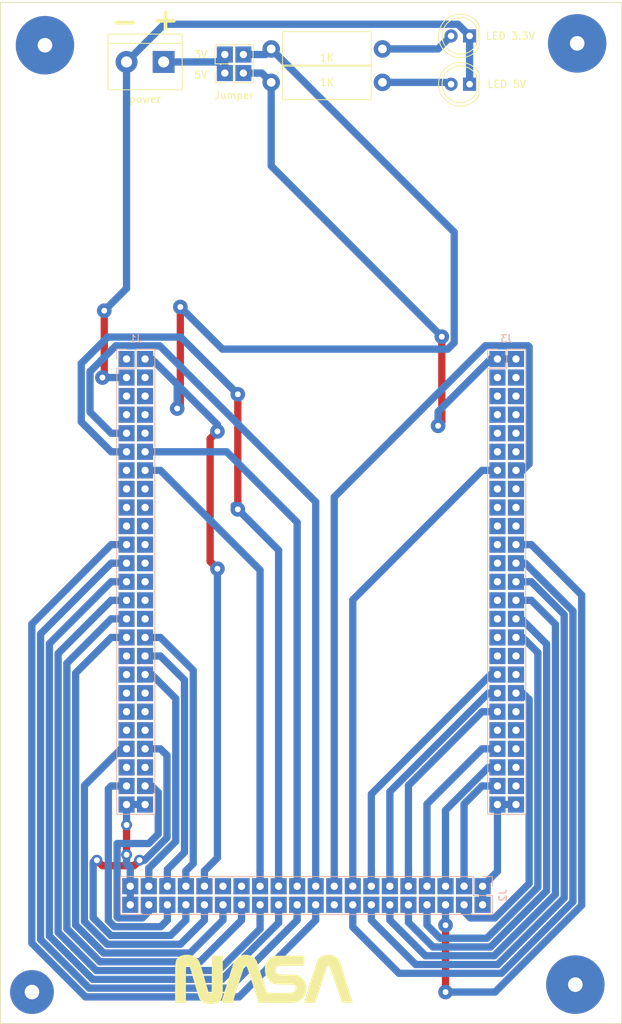
<source format=kicad_pcb>
(kicad_pcb (version 20171130) (host pcbnew "(5.1.2)-2")

  (general
    (thickness 1.6)
    (drawings 18)
    (tracks 308)
    (zones 0)
    (modules 10)
    (nets 104)
  )

  (page A4)
  (layers
    (0 F.Cu signal)
    (31 B.Cu signal)
    (32 B.Adhes user)
    (33 F.Adhes user)
    (34 B.Paste user)
    (35 F.Paste user)
    (36 B.SilkS user)
    (37 F.SilkS user)
    (38 B.Mask user)
    (39 F.Mask user)
    (40 Dwgs.User user)
    (41 Cmts.User user)
    (42 Eco1.User user)
    (43 Eco2.User user)
    (44 Edge.Cuts user)
    (45 Margin user)
    (46 B.CrtYd user)
    (47 F.CrtYd user)
    (48 B.Fab user)
    (49 F.Fab user)
  )

  (setup
    (last_trace_width 1)
    (user_trace_width 1)
    (trace_clearance 0.2)
    (zone_clearance 0.508)
    (zone_45_only no)
    (trace_min 0.2)
    (via_size 0.8)
    (via_drill 0.4)
    (via_min_size 0.4)
    (via_min_drill 0.3)
    (uvia_size 0.3)
    (uvia_drill 0.1)
    (uvias_allowed no)
    (uvia_min_size 0.2)
    (uvia_min_drill 0.1)
    (edge_width 0.05)
    (segment_width 0.2)
    (pcb_text_width 0.3)
    (pcb_text_size 1.5 1.5)
    (mod_edge_width 0.12)
    (mod_text_size 1 1)
    (mod_text_width 0.15)
    (pad_size 2.2 2.2)
    (pad_drill 1)
    (pad_to_mask_clearance 0.051)
    (solder_mask_min_width 0.25)
    (aux_axis_origin 0 0)
    (visible_elements 7FFFEFFF)
    (pcbplotparams
      (layerselection 0x010fc_ffffffff)
      (usegerberextensions false)
      (usegerberattributes false)
      (usegerberadvancedattributes false)
      (creategerberjobfile false)
      (excludeedgelayer true)
      (linewidth 0.100000)
      (plotframeref false)
      (viasonmask false)
      (mode 1)
      (useauxorigin false)
      (hpglpennumber 1)
      (hpglpenspeed 20)
      (hpglpendiameter 15.000000)
      (psnegative false)
      (psa4output false)
      (plotreference true)
      (plotvalue true)
      (plotinvisibletext false)
      (padsonsilk false)
      (subtractmaskfromsilk false)
      (outputformat 1)
      (mirror false)
      (drillshape 0)
      (scaleselection 1)
      (outputdirectory ""))
  )

  (net 0 "")
  (net 1 "Net-(J1-Pad1)")
  (net 2 "Net-(J1-Pad2)")
  (net 3 "Net-(J1-Pad4)")
  (net 4 "Net-(J1-Pad5)")
  (net 5 "Net-(J1-Pad6)")
  (net 6 "Net-(J1-Pad7)")
  (net 7 "Net-(J1-Pad8)")
  (net 8 PA1)
  (net 9 "Net-(J1-Pad10)")
  (net 10 PA3)
  (net 11 PA0)
  (net 12 "Net-(J1-Pad13)")
  (net 13 PA2)
  (net 14 "Net-(J1-Pad15)")
  (net 15 "Net-(J1-Pad16)")
  (net 16 "Net-(J1-Pad17)")
  (net 17 "Net-(J1-Pad18)")
  (net 18 "Net-(J1-Pad19)")
  (net 19 "Net-(J1-Pad20)")
  (net 20 PB1)
  (net 21 "Net-(J1-Pad22)")
  (net 22 PE7)
  (net 23 "Net-(J1-Pad24)")
  (net 24 PE9)
  (net 25 "Net-(J1-Pad26)")
  (net 26 PE11)
  (net 27 "Net-(J1-Pad28)")
  (net 28 PE13)
  (net 29 "Net-(J1-Pad30)")
  (net 30 PE15)
  (net 31 PE14)
  (net 32 "Net-(J1-Pad33)")
  (net 33 PB10)
  (net 34 "Net-(J1-Pad35)")
  (net 35 PB12)
  (net 36 "Net-(J1-Pad37)")
  (net 37 "Net-(J1-Pad38)")
  (net 38 "Net-(J1-Pad39)")
  (net 39 "Net-(J1-Pad40)")
  (net 40 "Net-(J1-Pad41)")
  (net 41 "Net-(J1-Pad42)")
  (net 42 PD13)
  (net 43 PD12)
  (net 44 "Net-(J1-Pad45)")
  (net 45 "Net-(J1-Pad46)")
  (net 46 PC6)
  (net 47 PC7)
  (net 48 GND)
  (net 49 GND2)
  (net 50 PC8)
  (net 51 PA15)
  (net 52 PA8)
  (net 53 PB7)
  (net 54 PA10)
  (net 55 PD2)
  (net 56 PF6)
  (net 57 PD4)
  (net 58 PA14)
  (net 59 PD6)
  (net 60 PC10)
  (net 61 PB3)
  (net 62 PE2)
  (net 63 PB5)
  (net 64 PE3)
  (net 65 "Net-(J2-Pad18)")
  (net 66 "Net-(J2-Pad27)")
  (net 67 "Net-(J2-Pad29)")
  (net 68 "Net-(J3-Pad48)")
  (net 69 "Net-(J3-Pad46)")
  (net 70 "Net-(J3-Pad44)")
  (net 71 "Net-(J3-Pad42)")
  (net 72 "Net-(J3-Pad41)")
  (net 73 "Net-(J3-Pad40)")
  (net 74 "Net-(J3-Pad36)")
  (net 75 "Net-(J3-Pad34)")
  (net 76 "Net-(J3-Pad33)")
  (net 77 "Net-(J3-Pad31)")
  (net 78 "Net-(J3-Pad29)")
  (net 79 "Net-(J3-Pad27)")
  (net 80 "Net-(J3-Pad25)")
  (net 81 "Net-(J3-Pad23)")
  (net 82 "Net-(J3-Pad21)")
  (net 83 "Net-(J3-Pad20)")
  (net 84 "Net-(J3-Pad19)")
  (net 85 "Net-(J3-Pad18)")
  (net 86 "Net-(J3-Pad17)")
  (net 87 "Net-(J3-Pad16)")
  (net 88 "Net-(J3-Pad15)")
  (net 89 "Net-(J3-Pad12)")
  (net 90 "Net-(J3-Pad11)")
  (net 91 "Net-(J3-Pad10)")
  (net 92 "Net-(J3-Pad9)")
  (net 93 "Net-(J3-Pad8)")
  (net 94 "Net-(J3-Pad7)")
  (net 95 "Net-(J3-Pad6)")
  (net 96 "Net-(J3-Pad5)")
  (net 97 "Net-(J3-Pad4)")
  (net 98 "Net-(J3-Pad3)")
  (net 99 5V)
  (net 100 "Net-(D1-Pad2)")
  (net 101 "Net-(D2-Pad2)")
  (net 102 "Net-(J4-Pad1)")
  (net 103 GND1)

  (net_class Default "This is the default net class."
    (clearance 0.2)
    (trace_width 0.25)
    (via_dia 0.8)
    (via_drill 0.4)
    (uvia_dia 0.3)
    (uvia_drill 0.1)
    (add_net 5V)
    (add_net GND)
    (add_net GND1)
    (add_net GND2)
    (add_net "Net-(D1-Pad2)")
    (add_net "Net-(D2-Pad2)")
    (add_net "Net-(J1-Pad1)")
    (add_net "Net-(J1-Pad10)")
    (add_net "Net-(J1-Pad13)")
    (add_net "Net-(J1-Pad15)")
    (add_net "Net-(J1-Pad16)")
    (add_net "Net-(J1-Pad17)")
    (add_net "Net-(J1-Pad18)")
    (add_net "Net-(J1-Pad19)")
    (add_net "Net-(J1-Pad2)")
    (add_net "Net-(J1-Pad20)")
    (add_net "Net-(J1-Pad22)")
    (add_net "Net-(J1-Pad24)")
    (add_net "Net-(J1-Pad26)")
    (add_net "Net-(J1-Pad28)")
    (add_net "Net-(J1-Pad30)")
    (add_net "Net-(J1-Pad33)")
    (add_net "Net-(J1-Pad35)")
    (add_net "Net-(J1-Pad37)")
    (add_net "Net-(J1-Pad38)")
    (add_net "Net-(J1-Pad39)")
    (add_net "Net-(J1-Pad4)")
    (add_net "Net-(J1-Pad40)")
    (add_net "Net-(J1-Pad41)")
    (add_net "Net-(J1-Pad42)")
    (add_net "Net-(J1-Pad45)")
    (add_net "Net-(J1-Pad46)")
    (add_net "Net-(J1-Pad5)")
    (add_net "Net-(J1-Pad6)")
    (add_net "Net-(J1-Pad7)")
    (add_net "Net-(J1-Pad8)")
    (add_net "Net-(J2-Pad18)")
    (add_net "Net-(J2-Pad27)")
    (add_net "Net-(J2-Pad29)")
    (add_net "Net-(J3-Pad10)")
    (add_net "Net-(J3-Pad11)")
    (add_net "Net-(J3-Pad12)")
    (add_net "Net-(J3-Pad15)")
    (add_net "Net-(J3-Pad16)")
    (add_net "Net-(J3-Pad17)")
    (add_net "Net-(J3-Pad18)")
    (add_net "Net-(J3-Pad19)")
    (add_net "Net-(J3-Pad20)")
    (add_net "Net-(J3-Pad21)")
    (add_net "Net-(J3-Pad23)")
    (add_net "Net-(J3-Pad25)")
    (add_net "Net-(J3-Pad27)")
    (add_net "Net-(J3-Pad29)")
    (add_net "Net-(J3-Pad3)")
    (add_net "Net-(J3-Pad31)")
    (add_net "Net-(J3-Pad33)")
    (add_net "Net-(J3-Pad34)")
    (add_net "Net-(J3-Pad36)")
    (add_net "Net-(J3-Pad4)")
    (add_net "Net-(J3-Pad40)")
    (add_net "Net-(J3-Pad41)")
    (add_net "Net-(J3-Pad42)")
    (add_net "Net-(J3-Pad44)")
    (add_net "Net-(J3-Pad46)")
    (add_net "Net-(J3-Pad48)")
    (add_net "Net-(J3-Pad5)")
    (add_net "Net-(J3-Pad6)")
    (add_net "Net-(J3-Pad7)")
    (add_net "Net-(J3-Pad8)")
    (add_net "Net-(J3-Pad9)")
    (add_net "Net-(J4-Pad1)")
    (add_net PA0)
    (add_net PA1)
    (add_net PA10)
    (add_net PA14)
    (add_net PA15)
    (add_net PA2)
    (add_net PA3)
    (add_net PA8)
    (add_net PB1)
    (add_net PB10)
    (add_net PB12)
    (add_net PB3)
    (add_net PB5)
    (add_net PB7)
    (add_net PC10)
    (add_net PC6)
    (add_net PC7)
    (add_net PC8)
    (add_net PD12)
    (add_net PD13)
    (add_net PD2)
    (add_net PD4)
    (add_net PD6)
    (add_net PE11)
    (add_net PE13)
    (add_net PE14)
    (add_net PE15)
    (add_net PE2)
    (add_net PE3)
    (add_net PE7)
    (add_net PE9)
    (add_net PF6)
  )

  (module logo:logo4 (layer F.Cu) (tedit 0) (tstamp 5EBF3C0A)
    (at 78.486 146.304)
    (fp_text reference G*** (at 0 0) (layer F.SilkS) hide
      (effects (font (size 1.524 1.524) (thickness 0.3)))
    )
    (fp_text value LOGO (at 0.75 0) (layer F.SilkS) hide
      (effects (font (size 1.524 1.524) (thickness 0.3)))
    )
    (fp_poly (pts (xy 9.280746 -3.278491) (xy 9.651202 -3.166195) (xy 9.963991 -2.989129) (xy 10.207135 -2.753406)
      (xy 10.319279 -2.577316) (xy 10.353863 -2.491) (xy 10.415368 -2.317147) (xy 10.500684 -2.065281)
      (xy 10.6067 -1.744926) (xy 10.730307 -1.365604) (xy 10.868393 -0.936841) (xy 11.017849 -0.468158)
      (xy 11.175565 0.030919) (xy 11.284089 0.376871) (xy 11.443185 0.885377) (xy 11.593537 1.365624)
      (xy 11.732355 1.808713) (xy 11.856844 2.205748) (xy 11.964214 2.547831) (xy 12.051673 2.826065)
      (xy 12.116426 3.031553) (xy 12.155684 3.155396) (xy 12.166608 3.189051) (xy 12.155421 3.214794)
      (xy 12.092017 3.23192) (xy 11.964245 3.241289) (xy 11.759954 3.243761) (xy 11.466993 3.240196)
      (xy 11.448592 3.239851) (xy 10.707336 3.2258) (xy 9.858203 0.7112) (xy 9.009069 -1.8034)
      (xy 8.718514 -1.8034) (xy 7.040386 3.2512) (xy 6.260395 3.2512) (xy 5.994058 3.248874)
      (xy 5.769738 3.242457) (xy 5.604136 3.232788) (xy 5.513952 3.220707) (xy 5.502673 3.2131)
      (xy 5.52138 3.158903) (xy 5.567373 3.016319) (xy 5.637931 2.794027) (xy 5.730331 2.500706)
      (xy 5.841851 2.145036) (xy 5.969769 1.735696) (xy 6.111363 1.281365) (xy 6.26391 0.790724)
      (xy 6.398917 0.3556) (xy 6.57875 -0.220916) (xy 6.74734 -0.754271) (xy 6.902243 -1.237093)
      (xy 7.041015 -1.662006) (xy 7.161213 -2.021638) (xy 7.260392 -2.308614) (xy 7.336108 -2.515559)
      (xy 7.385917 -2.635101) (xy 7.396625 -2.654691) (xy 7.627955 -2.920184) (xy 7.931644 -3.12223)
      (xy 8.29708 -3.256022) (xy 8.713651 -3.316749) (xy 8.8646 -3.319902) (xy 9.280746 -3.278491)) (layer F.SilkS) (width 0.01))
    (fp_poly (pts (xy -2.156974 -3.305925) (xy -1.751766 -3.187403) (xy -1.414249 -2.993488) (xy -1.142527 -2.722813)
      (xy -0.972926 -2.45339) (xy -0.93648 -2.363454) (xy -0.873853 -2.187979) (xy -0.78886 -1.938497)
      (xy -0.685314 -1.626541) (xy -0.56703 -1.263643) (xy -0.437824 -0.861335) (xy -0.301508 -0.43115)
      (xy -0.253848 -0.2794) (xy -0.118042 0.152553) (xy 0.009784 0.556351) (xy 0.126155 0.921214)
      (xy 0.227593 1.236366) (xy 0.310622 1.491027) (xy 0.371767 1.674421) (xy 0.407549 1.775769)
      (xy 0.413864 1.7907) (xy 0.432863 1.814693) (xy 0.468692 1.83396) (xy 0.531597 1.849013)
      (xy 0.631824 1.860365) (xy 0.779618 1.86853) (xy 0.985226 1.874021) (xy 1.258892 1.877351)
      (xy 1.610862 1.879033) (xy 2.051381 1.87958) (xy 2.18871 1.8796) (xy 2.684254 1.879215)
      (xy 3.088444 1.877009) (xy 3.411524 1.871405) (xy 3.663738 1.860825) (xy 3.855331 1.843691)
      (xy 3.996548 1.818426) (xy 4.097634 1.783451) (xy 4.168833 1.737189) (xy 4.22039 1.678063)
      (xy 4.26255 1.604494) (xy 4.285749 1.55666) (xy 4.361274 1.311679) (xy 4.340298 1.09484)
      (xy 4.239899 0.921405) (xy 4.110998 0.768215) (xy 2.804799 0.752407) (xy 2.403867 0.747124)
      (xy 2.090546 0.741357) (xy 1.850849 0.733918) (xy 1.670791 0.723617) (xy 1.536384 0.709263)
      (xy 1.433643 0.689668) (xy 1.34858 0.663641) (xy 1.267209 0.629994) (xy 1.2446 0.619697)
      (xy 0.903267 0.407647) (xy 0.612389 0.112781) (xy 0.379902 -0.25544) (xy 0.252331 -0.563013)
      (xy 0.183546 -0.860801) (xy 0.154426 -1.203952) (xy 0.164018 -1.557372) (xy 0.211365 -1.885964)
      (xy 0.295514 -2.154634) (xy 0.295658 -2.154954) (xy 0.499544 -2.510108) (xy 0.760456 -2.787416)
      (xy 1.091443 -3.000622) (xy 1.105023 -3.007371) (xy 1.445389 -3.175) (xy 3.491294 -3.189865)
      (xy 5.5372 -3.20473) (xy 5.5372 -1.8288) (xy 3.770503 -1.8288) (xy 3.280132 -1.828643)
      (xy 2.881025 -1.827155) (xy 2.562845 -1.822809) (xy 2.315256 -1.814081) (xy 2.127922 -1.799444)
      (xy 1.990506 -1.777374) (xy 1.892672 -1.746345) (xy 1.824084 -1.704831) (xy 1.774405 -1.651308)
      (xy 1.733299 -1.584248) (xy 1.701509 -1.523439) (xy 1.639697 -1.326317) (xy 1.634896 -1.111937)
      (xy 1.681247 -0.910482) (xy 1.772891 -0.752136) (xy 1.865021 -0.681109) (xy 1.939317 -0.668373)
      (xy 2.100275 -0.654951) (xy 2.332971 -0.641607) (xy 2.622476 -0.629107) (xy 2.953865 -0.618214)
      (xy 3.2258 -0.611453) (xy 4.4958 -0.5842) (xy 4.8006 -0.434663) (xy 5.010296 -0.310206)
      (xy 5.224629 -0.149564) (xy 5.34283 -0.041549) (xy 5.578559 0.269873) (xy 5.736439 0.629076)
      (xy 5.817517 1.019829) (xy 5.822845 1.425903) (xy 5.753471 1.831067) (xy 5.610446 2.219091)
      (xy 5.394819 2.573744) (xy 5.156778 2.835432) (xy 5.059416 2.924198) (xy 4.971296 2.999342)
      (xy 4.883394 3.061996) (xy 4.786685 3.113297) (xy 4.672146 3.154377) (xy 4.530751 3.186372)
      (xy 4.353478 3.210415) (xy 4.131301 3.22764) (xy 3.855196 3.239183) (xy 3.51614 3.246176)
      (xy 3.105108 3.249756) (xy 2.613076 3.251055) (xy 2.031019 3.251208) (xy 1.848917 3.2512)
      (xy -0.703666 3.2512) (xy -1.067051 2.1209) (xy -1.292454 1.419781) (xy -1.488904 0.809041)
      (xy -1.658601 0.282351) (xy -1.803742 -0.166615) (xy -1.926526 -0.544186) (xy -2.029151 -0.85669)
      (xy -2.113817 -1.110455) (xy -2.182722 -1.311809) (xy -2.238063 -1.467079) (xy -2.28204 -1.582594)
      (xy -2.316851 -1.664681) (xy -2.344695 -1.719668) (xy -2.36777 -1.753884) (xy -2.388275 -1.773655)
      (xy -2.408408 -1.785311) (xy -2.427094 -1.793665) (xy -2.537146 -1.818935) (xy -2.62267 -1.767903)
      (xy -2.645694 -1.730329) (xy -2.681261 -1.648927) (xy -2.730993 -1.51879) (xy -2.796511 -1.335016)
      (xy -2.879439 -1.092698) (xy -2.981398 -0.786934) (xy -3.10401 -0.412817) (xy -3.248898 0.034557)
      (xy -3.417684 0.560093) (xy -3.61199 1.168694) (xy -3.833439 1.865267) (xy -4.043309 2.5273)
      (xy -4.272553 3.2512) (xy -5.062712 3.2512) (xy -5.362412 3.250296) (xy -5.574393 3.246564)
      (xy -5.712529 3.238469) (xy -5.790694 3.224479) (xy -5.822761 3.20306) (xy -5.822603 3.17268)
      (xy -5.820725 3.167431) (xy -5.799967 3.104189) (xy -5.752077 2.953103) (xy -5.679932 2.723394)
      (xy -5.58641 2.424283) (xy -5.474387 2.064993) (xy -5.346741 1.654746) (xy -5.206348 1.202764)
      (xy -5.056087 0.718269) (xy -4.976797 0.462331) (xy -4.820914 -0.040263) (xy -4.671945 -0.519089)
      (xy -4.532977 -0.964323) (xy -4.4071 -1.366137) (xy -4.297402 -1.714703) (xy -4.206972 -2.000196)
      (xy -4.138897 -2.212788) (xy -4.096266 -2.342652) (xy -4.086037 -2.371939) (xy -3.931315 -2.650309)
      (xy -3.696923 -2.892883) (xy -3.401155 -3.090802) (xy -3.062303 -3.23521) (xy -2.698661 -3.317251)
      (xy -2.328522 -3.328066) (xy -2.156974 -3.305925)) (layer F.SilkS) (width 0.01))
    (fp_poly (pts (xy -9.986437 -3.270372) (xy -9.59378 -3.125376) (xy -9.251239 -2.900939) (xy -8.969355 -2.60124)
      (xy -8.917711 -2.527411) (xy -8.867596 -2.443164) (xy -8.815651 -2.33577) (xy -8.75867 -2.195507)
      (xy -8.693451 -2.012655) (xy -8.616789 -1.777493) (xy -8.52548 -1.4803) (xy -8.41632 -1.111355)
      (xy -8.286106 -0.660936) (xy -8.179441 -0.287492) (xy -8.054547 0.14831) (xy -7.935445 0.558216)
      (xy -7.825561 0.930841) (xy -7.728325 1.254798) (xy -7.647165 1.5187) (xy -7.585512 1.71116)
      (xy -7.546793 1.820793) (xy -7.539863 1.836414) (xy -7.467003 1.941738) (xy -7.373021 1.974556)
      (xy -7.299642 1.971505) (xy -7.1374 1.9558) (xy -7.0866 -3.175) (xy -5.6134 -3.175)
      (xy -5.6134 -0.508) (xy -5.613639 0.087214) (xy -5.614541 0.589842) (xy -5.616386 1.008896)
      (xy -5.619453 1.353391) (xy -5.624021 1.63234) (xy -5.63037 1.854754) (xy -5.638779 2.029648)
      (xy -5.649527 2.166034) (xy -5.662894 2.272926) (xy -5.67916 2.359337) (xy -5.698603 2.43428)
      (xy -5.705277 2.456458) (xy -5.835348 2.744844) (xy -6.02837 3.003292) (xy -6.262034 3.207131)
      (xy -6.489697 3.323867) (xy -6.711774 3.373053) (xy -6.997715 3.399207) (xy -7.312505 3.402658)
      (xy -7.62113 3.383735) (xy -7.888578 3.342769) (xy -8.009512 3.309565) (xy -8.367987 3.135494)
      (xy -8.667845 2.885654) (xy -8.763564 2.772376) (xy -8.806589 2.698123) (xy -8.860775 2.570897)
      (xy -8.928319 2.383843) (xy -9.011418 2.130107) (xy -9.112269 1.802832) (xy -9.23307 1.395165)
      (xy -9.376016 0.900249) (xy -9.475377 0.551343) (xy -9.602187 0.106575) (xy -9.723063 -0.312797)
      (xy -9.834676 -0.695549) (xy -9.933696 -1.030462) (xy -10.016793 -1.306313) (xy -10.080636 -1.511881)
      (xy -10.121897 -1.635946) (xy -10.132289 -1.662367) (xy -10.237193 -1.803891) (xy -10.371296 -1.866244)
      (xy -10.511013 -1.841898) (xy -10.568447 -1.801548) (xy -10.591165 -1.777801) (xy -10.610138 -1.745472)
      (xy -10.625702 -1.695862) (xy -10.638196 -1.620272) (xy -10.647955 -1.510004) (xy -10.655317 -1.356358)
      (xy -10.660617 -1.150637) (xy -10.664194 -0.88414) (xy -10.666383 -0.54817) (xy -10.667522 -0.134028)
      (xy -10.667947 0.366985) (xy -10.668 0.769873) (xy -10.668 3.2512) (xy -12.1412 3.2512)
      (xy -12.140598 0.5969) (xy -12.140148 -0.032092) (xy -12.138614 -0.568215) (xy -12.13525 -1.0202)
      (xy -12.129315 -1.396778) (xy -12.120066 -1.706681) (xy -12.106759 -1.958638) (xy -12.088652 -2.161382)
      (xy -12.065 -2.323642) (xy -12.035063 -2.454151) (xy -11.998096 -2.561638) (xy -11.953356 -2.654834)
      (xy -11.900101 -2.742471) (xy -11.850214 -2.815373) (xy -11.641598 -3.027343) (xy -11.350934 -3.184858)
      (xy -10.975796 -3.289143) (xy -10.879946 -3.305329) (xy -10.418672 -3.331749) (xy -9.986437 -3.270372)) (layer F.SilkS) (width 0.01))
  )

  (module LED_THT:LED_D5.0mm_Clear (layer F.Cu) (tedit 5A6C9BC0) (tstamp 5EBF04E4)
    (at 106.68 17.272 180)
    (descr "LED, diameter 5.0mm, 2 pins, http://cdn-reichelt.de/documents/datenblatt/A500/LL-504BC2E-009.pdf")
    (tags "LED diameter 5.0mm 2 pins")
    (path /5EBF4B37)
    (fp_text reference "LED 3.3V" (at -5.588 0) (layer F.SilkS)
      (effects (font (size 1 1) (thickness 0.15)))
    )
    (fp_text value LED (at 1.27 3.96) (layer F.Fab)
      (effects (font (size 1 1) (thickness 0.15)))
    )
    (fp_text user %R (at 1.25 0) (layer F.Fab)
      (effects (font (size 0.8 0.8) (thickness 0.2)))
    )
    (fp_line (start -1.23 -1.469694) (end -1.23 1.469694) (layer F.Fab) (width 0.1))
    (fp_line (start -1.29 -1.545) (end -1.29 1.545) (layer F.SilkS) (width 0.12))
    (fp_line (start -1.95 -3.25) (end -1.95 3.25) (layer F.CrtYd) (width 0.05))
    (fp_line (start -1.95 3.25) (end 4.5 3.25) (layer F.CrtYd) (width 0.05))
    (fp_line (start 4.5 3.25) (end 4.5 -3.25) (layer F.CrtYd) (width 0.05))
    (fp_line (start 4.5 -3.25) (end -1.95 -3.25) (layer F.CrtYd) (width 0.05))
    (fp_circle (center 1.27 0) (end 3.77 0) (layer F.Fab) (width 0.1))
    (fp_circle (center 1.27 0) (end 3.77 0) (layer F.SilkS) (width 0.12))
    (fp_arc (start 1.27 0) (end -1.23 -1.469694) (angle 299.1) (layer F.Fab) (width 0.1))
    (fp_arc (start 1.27 0) (end -1.29 -1.54483) (angle 148.9) (layer F.SilkS) (width 0.12))
    (fp_arc (start 1.27 0) (end -1.29 1.54483) (angle -148.9) (layer F.SilkS) (width 0.12))
    (pad 1 thru_hole rect (at 0 0 180) (size 1.8 1.8) (drill 0.9) (layers *.Cu *.Mask)
      (net 103 GND1))
    (pad 2 thru_hole circle (at 2.54 0 180) (size 1.8 1.8) (drill 0.9) (layers *.Cu *.Mask)
      (net 100 "Net-(D1-Pad2)"))
    (model ${KISYS3DMOD}/LED_THT.3dshapes/LED_D5.0mm_Clear.wrl
      (at (xyz 0 0 0))
      (scale (xyz 1 1 1))
      (rotate (xyz 0 0 0))
    )
  )

  (module LED_THT:LED_D5.0mm_Clear (layer F.Cu) (tedit 5A6C9BC0) (tstamp 5EBF04F6)
    (at 106.68 23.876 180)
    (descr "LED, diameter 5.0mm, 2 pins, http://cdn-reichelt.de/documents/datenblatt/A500/LL-504BC2E-009.pdf")
    (tags "LED diameter 5.0mm 2 pins")
    (path /5EBF63B7)
    (fp_text reference "LED 5V" (at -5.08 0) (layer F.SilkS)
      (effects (font (size 1 1) (thickness 0.15)))
    )
    (fp_text value LED (at 1.27 3.96) (layer F.Fab)
      (effects (font (size 1 1) (thickness 0.15)))
    )
    (fp_arc (start 1.27 0) (end -1.29 1.54483) (angle -148.9) (layer F.SilkS) (width 0.12))
    (fp_arc (start 1.27 0) (end -1.29 -1.54483) (angle 148.9) (layer F.SilkS) (width 0.12))
    (fp_arc (start 1.27 0) (end -1.23 -1.469694) (angle 299.1) (layer F.Fab) (width 0.1))
    (fp_circle (center 1.27 0) (end 3.77 0) (layer F.SilkS) (width 0.12))
    (fp_circle (center 1.27 0) (end 3.77 0) (layer F.Fab) (width 0.1))
    (fp_line (start 4.5 -3.25) (end -1.95 -3.25) (layer F.CrtYd) (width 0.05))
    (fp_line (start 4.5 3.25) (end 4.5 -3.25) (layer F.CrtYd) (width 0.05))
    (fp_line (start -1.95 3.25) (end 4.5 3.25) (layer F.CrtYd) (width 0.05))
    (fp_line (start -1.95 -3.25) (end -1.95 3.25) (layer F.CrtYd) (width 0.05))
    (fp_line (start -1.29 -1.545) (end -1.29 1.545) (layer F.SilkS) (width 0.12))
    (fp_line (start -1.23 -1.469694) (end -1.23 1.469694) (layer F.Fab) (width 0.1))
    (fp_text user %R (at 1.25 0) (layer F.Fab)
      (effects (font (size 0.8 0.8) (thickness 0.2)))
    )
    (pad 2 thru_hole circle (at 2.54 0 180) (size 1.8 1.8) (drill 0.9) (layers *.Cu *.Mask)
      (net 101 "Net-(D2-Pad2)"))
    (pad 1 thru_hole rect (at 0 0 180) (size 1.8 1.8) (drill 0.9) (layers *.Cu *.Mask)
      (net 103 GND1))
    (model ${KISYS3DMOD}/LED_THT.3dshapes/LED_D5.0mm_Clear.wrl
      (at (xyz 0 0 0))
      (scale (xyz 1 1 1))
      (rotate (xyz 0 0 0))
    )
  )

  (module Connector_PinSocket_2.54mm:PinSocket_2x25_P2.54mm_Vertical (layer B.Cu) (tedit 5EBEF6D5) (tstamp 5EBF053E)
    (at 59.69 61.468 180)
    (descr "Through hole straight socket strip, 2x25, 2.54mm pitch, double cols (from Kicad 4.0.7), script generated")
    (tags "Through hole socket strip THT 2x25 2.54mm double row")
    (path /5EC7A211)
    (fp_text reference J1 (at -1.27 2.77) (layer B.SilkS)
      (effects (font (size 1 1) (thickness 0.15)) (justify mirror))
    )
    (fp_text value Conn_02x25_Odd_Even (at -1.27 -63.73) (layer B.Fab)
      (effects (font (size 1 1) (thickness 0.15)) (justify mirror))
    )
    (fp_line (start -3.81 1.27) (end 0.27 1.27) (layer B.Fab) (width 0.1))
    (fp_line (start 0.27 1.27) (end 1.27 0.27) (layer B.Fab) (width 0.1))
    (fp_line (start 1.27 0.27) (end 1.27 -62.23) (layer B.Fab) (width 0.1))
    (fp_line (start 1.27 -62.23) (end -3.81 -62.23) (layer B.Fab) (width 0.1))
    (fp_line (start -3.81 -62.23) (end -3.81 1.27) (layer B.Fab) (width 0.1))
    (fp_line (start -3.87 1.33) (end -1.27 1.33) (layer B.SilkS) (width 0.12))
    (fp_line (start -3.87 1.33) (end -3.87 -62.29) (layer B.SilkS) (width 0.12))
    (fp_line (start -3.87 -62.29) (end 1.33 -62.29) (layer B.SilkS) (width 0.12))
    (fp_line (start 1.33 -1.27) (end 1.33 -62.29) (layer B.SilkS) (width 0.12))
    (fp_line (start -1.27 -1.27) (end 1.33 -1.27) (layer B.SilkS) (width 0.12))
    (fp_line (start -1.27 1.33) (end -1.27 -1.27) (layer B.SilkS) (width 0.12))
    (fp_line (start 1.33 1.33) (end 1.33 0) (layer B.SilkS) (width 0.12))
    (fp_line (start 0 1.33) (end 1.33 1.33) (layer B.SilkS) (width 0.12))
    (fp_line (start -4.34 1.8) (end 1.76 1.8) (layer B.CrtYd) (width 0.05))
    (fp_line (start 1.76 1.8) (end 1.76 -62.7) (layer B.CrtYd) (width 0.05))
    (fp_line (start 1.76 -62.7) (end -4.34 -62.7) (layer B.CrtYd) (width 0.05))
    (fp_line (start -4.34 -62.7) (end -4.34 1.8) (layer B.CrtYd) (width 0.05))
    (fp_text user %R (at -1.27 -30.48 270) (layer B.Fab)
      (effects (font (size 1 1) (thickness 0.15)) (justify mirror))
    )
    (pad 1 thru_hole rect (at 0 0 180) (size 2.2 2.2) (drill 1) (layers *.Cu *.Mask)
      (net 1 "Net-(J1-Pad1)"))
    (pad 2 thru_hole rect (at -2.54 0 180) (size 2.2 2.2) (drill 1) (layers *.Cu *.Mask)
      (net 2 "Net-(J1-Pad2)"))
    (pad 3 thru_hole rect (at 0 -2.54 180) (size 2.2 2.2) (drill 1) (layers *.Cu *.Mask)
      (net 103 GND1))
    (pad 4 thru_hole rect (at -2.54 -2.54 180) (size 2.2 2.2) (drill 1) (layers *.Cu *.Mask)
      (net 3 "Net-(J1-Pad4)"))
    (pad 5 thru_hole rect (at 0 -5.08 180) (size 2.2 2.2) (drill 1) (layers *.Cu *.Mask)
      (net 4 "Net-(J1-Pad5)"))
    (pad 6 thru_hole rect (at -2.54 -5.08 180) (size 2.2 2.2) (drill 1) (layers *.Cu *.Mask)
      (net 5 "Net-(J1-Pad6)"))
    (pad 7 thru_hole rect (at 0 -7.62 180) (size 2.2 2.2) (drill 1) (layers *.Cu *.Mask)
      (net 6 "Net-(J1-Pad7)"))
    (pad 8 thru_hole rect (at -2.54 -7.62 180) (size 2.2 2.2) (drill 1) (layers *.Cu *.Mask)
      (net 7 "Net-(J1-Pad8)"))
    (pad 9 thru_hole rect (at 0 -10.16 180) (size 2.2 2.2) (drill 1) (layers *.Cu *.Mask)
      (net 8 PA1))
    (pad 10 thru_hole rect (at -2.54 -10.16 180) (size 2.2 2.2) (drill 1) (layers *.Cu *.Mask)
      (net 9 "Net-(J1-Pad10)"))
    (pad 11 thru_hole rect (at 0 -12.7 180) (size 2.2 2.2) (drill 1) (layers *.Cu *.Mask)
      (net 10 PA3))
    (pad 12 thru_hole rect (at -2.54 -12.7 180) (size 2.2 2.2) (drill 1) (layers *.Cu *.Mask)
      (net 11 PA0))
    (pad 13 thru_hole rect (at 0 -15.24 180) (size 2.2 2.2) (drill 1) (layers *.Cu *.Mask)
      (net 12 "Net-(J1-Pad13)"))
    (pad 14 thru_hole rect (at -2.54 -15.24 180) (size 2.2 2.2) (drill 1) (layers *.Cu *.Mask)
      (net 13 PA2))
    (pad 15 thru_hole rect (at 0 -17.78 180) (size 2.2 2.2) (drill 1) (layers *.Cu *.Mask)
      (net 14 "Net-(J1-Pad15)"))
    (pad 16 thru_hole rect (at -2.54 -17.78 180) (size 2.2 2.2) (drill 1) (layers *.Cu *.Mask)
      (net 15 "Net-(J1-Pad16)"))
    (pad 17 thru_hole rect (at 0 -20.32 180) (size 2.2 2.2) (drill 1) (layers *.Cu *.Mask)
      (net 16 "Net-(J1-Pad17)"))
    (pad 18 thru_hole rect (at -2.54 -20.32 180) (size 2.2 2.2) (drill 1) (layers *.Cu *.Mask)
      (net 17 "Net-(J1-Pad18)"))
    (pad 19 thru_hole rect (at 0 -22.86 180) (size 2.2 2.2) (drill 1) (layers *.Cu *.Mask)
      (net 18 "Net-(J1-Pad19)"))
    (pad 20 thru_hole rect (at -2.54 -22.86 180) (size 2.2 2.2) (drill 1) (layers *.Cu *.Mask)
      (net 19 "Net-(J1-Pad20)"))
    (pad 21 thru_hole rect (at 0 -25.4 180) (size 2.2 2.2) (drill 1) (layers *.Cu *.Mask)
      (net 20 PB1))
    (pad 22 thru_hole rect (at -2.54 -25.4 180) (size 2.2 2.2) (drill 1) (layers *.Cu *.Mask)
      (net 21 "Net-(J1-Pad22)"))
    (pad 23 thru_hole rect (at 0 -27.94 180) (size 2.2 2.2) (drill 1) (layers *.Cu *.Mask)
      (net 22 PE7))
    (pad 24 thru_hole rect (at -2.54 -27.94 180) (size 2.2 2.2) (drill 1) (layers *.Cu *.Mask)
      (net 23 "Net-(J1-Pad24)"))
    (pad 25 thru_hole rect (at 0 -30.48 180) (size 2.2 2.2) (drill 1) (layers *.Cu *.Mask)
      (net 24 PE9))
    (pad 26 thru_hole rect (at -2.54 -30.48 180) (size 2.2 2.2) (drill 1) (layers *.Cu *.Mask)
      (net 25 "Net-(J1-Pad26)"))
    (pad 27 thru_hole rect (at 0 -33.02 180) (size 2.2 2.2) (drill 1) (layers *.Cu *.Mask)
      (net 26 PE11))
    (pad 28 thru_hole rect (at -2.54 -33.02 180) (size 2.2 2.2) (drill 1) (layers *.Cu *.Mask)
      (net 27 "Net-(J1-Pad28)"))
    (pad 29 thru_hole rect (at 0 -35.56 180) (size 2.2 2.2) (drill 1) (layers *.Cu *.Mask)
      (net 28 PE13))
    (pad 30 thru_hole rect (at -2.54 -35.56 180) (size 2.2 2.2) (drill 1) (layers *.Cu *.Mask)
      (net 29 "Net-(J1-Pad30)"))
    (pad 31 thru_hole rect (at 0 -38.1 180) (size 2.2 2.2) (drill 1) (layers *.Cu *.Mask)
      (net 30 PE15))
    (pad 32 thru_hole rect (at -2.54 -38.1 180) (size 2.2 2.2) (drill 1) (layers *.Cu *.Mask)
      (net 31 PE14))
    (pad 33 thru_hole rect (at 0 -40.64 180) (size 2.2 2.2) (drill 1) (layers *.Cu *.Mask)
      (net 32 "Net-(J1-Pad33)"))
    (pad 34 thru_hole rect (at -2.54 -40.64 180) (size 2.2 2.2) (drill 1) (layers *.Cu *.Mask)
      (net 33 PB10))
    (pad 35 thru_hole rect (at 0 -43.18 180) (size 2.2 2.2) (drill 1) (layers *.Cu *.Mask)
      (net 34 "Net-(J1-Pad35)"))
    (pad 36 thru_hole rect (at -2.54 -43.18 180) (size 2.2 2.2) (drill 1) (layers *.Cu *.Mask)
      (net 35 PB12))
    (pad 37 thru_hole rect (at 0 -45.72 180) (size 2.2 2.2) (drill 1) (layers *.Cu *.Mask)
      (net 36 "Net-(J1-Pad37)"))
    (pad 38 thru_hole rect (at -2.54 -45.72 180) (size 2.2 2.2) (drill 1) (layers *.Cu *.Mask)
      (net 37 "Net-(J1-Pad38)"))
    (pad 39 thru_hole rect (at 0 -48.26 180) (size 2.2 2.2) (drill 1) (layers *.Cu *.Mask)
      (net 38 "Net-(J1-Pad39)"))
    (pad 40 thru_hole rect (at -2.54 -48.26 180) (size 2.2 2.2) (drill 1) (layers *.Cu *.Mask)
      (net 39 "Net-(J1-Pad40)"))
    (pad 41 thru_hole rect (at 0 -50.8 180) (size 2.2 2.2) (drill 1) (layers *.Cu *.Mask)
      (net 40 "Net-(J1-Pad41)"))
    (pad 42 thru_hole rect (at -2.54 -50.8 180) (size 2.2 2.2) (drill 1) (layers *.Cu *.Mask)
      (net 41 "Net-(J1-Pad42)"))
    (pad 43 thru_hole rect (at 0 -53.34 180) (size 2.2 2.2) (drill 1) (layers *.Cu *.Mask)
      (net 42 PD13))
    (pad 44 thru_hole rect (at -2.54 -53.34 180) (size 2.2 2.2) (drill 1) (layers *.Cu *.Mask)
      (net 43 PD12))
    (pad 45 thru_hole rect (at 0 -55.88 180) (size 2.2 2.2) (drill 1) (layers *.Cu *.Mask)
      (net 44 "Net-(J1-Pad45)"))
    (pad 46 thru_hole rect (at -2.54 -55.88 180) (size 2.2 2.2) (drill 1) (layers *.Cu *.Mask)
      (net 45 "Net-(J1-Pad46)"))
    (pad 47 thru_hole rect (at 0 -58.42 180) (size 2.2 2.2) (drill 1) (layers *.Cu *.Mask)
      (net 46 PC6))
    (pad 48 thru_hole rect (at -2.54 -58.42 180) (size 2.2 2.2) (drill 1) (layers *.Cu *.Mask)
      (net 47 PC7))
    (pad 49 thru_hole rect (at 0 -60.96 180) (size 2.2 2.2) (drill 1) (layers *.Cu *.Mask)
      (net 48 GND))
    (pad 50 thru_hole rect (at -2.54 -60.96 180) (size 2.2 2.2) (drill 1) (layers *.Cu *.Mask)
      (net 48 GND))
    (model ${KISYS3DMOD}/Connector_PinSocket_2.54mm.3dshapes/PinSocket_2x25_P2.54mm_Vertical.wrl
      (at (xyz 0 0 0))
      (scale (xyz 1 1 1))
      (rotate (xyz 0 0 0))
    )
  )

  (module Connector_PinSocket_2.54mm:PinSocket_2x20_P2.54mm_Vertical (layer B.Cu) (tedit 5A19A433) (tstamp 5EBF057C)
    (at 108.458 133.604 90)
    (descr "Through hole straight socket strip, 2x20, 2.54mm pitch, double cols (from Kicad 4.0.7), script generated")
    (tags "Through hole socket strip THT 2x20 2.54mm double row")
    (path /5EC90F03)
    (fp_text reference J2 (at -1.27 2.77 -90) (layer B.SilkS)
      (effects (font (size 1 1) (thickness 0.15)) (justify mirror))
    )
    (fp_text value Conn_02x20_Odd_Even (at -1.27 -51.03 -90) (layer B.Fab)
      (effects (font (size 1 1) (thickness 0.15)) (justify mirror))
    )
    (fp_line (start -3.81 1.27) (end 0.27 1.27) (layer B.Fab) (width 0.1))
    (fp_line (start 0.27 1.27) (end 1.27 0.27) (layer B.Fab) (width 0.1))
    (fp_line (start 1.27 0.27) (end 1.27 -49.53) (layer B.Fab) (width 0.1))
    (fp_line (start 1.27 -49.53) (end -3.81 -49.53) (layer B.Fab) (width 0.1))
    (fp_line (start -3.81 -49.53) (end -3.81 1.27) (layer B.Fab) (width 0.1))
    (fp_line (start -3.87 1.33) (end -1.27 1.33) (layer B.SilkS) (width 0.12))
    (fp_line (start -3.87 1.33) (end -3.87 -49.59) (layer B.SilkS) (width 0.12))
    (fp_line (start -3.87 -49.59) (end 1.33 -49.59) (layer B.SilkS) (width 0.12))
    (fp_line (start 1.33 -1.27) (end 1.33 -49.59) (layer B.SilkS) (width 0.12))
    (fp_line (start -1.27 -1.27) (end 1.33 -1.27) (layer B.SilkS) (width 0.12))
    (fp_line (start -1.27 1.33) (end -1.27 -1.27) (layer B.SilkS) (width 0.12))
    (fp_line (start 1.33 1.33) (end 1.33 0) (layer B.SilkS) (width 0.12))
    (fp_line (start 0 1.33) (end 1.33 1.33) (layer B.SilkS) (width 0.12))
    (fp_line (start -4.34 1.8) (end 1.76 1.8) (layer B.CrtYd) (width 0.05))
    (fp_line (start 1.76 1.8) (end 1.76 -50) (layer B.CrtYd) (width 0.05))
    (fp_line (start 1.76 -50) (end -4.34 -50) (layer B.CrtYd) (width 0.05))
    (fp_line (start -4.34 -50) (end -4.34 1.8) (layer B.CrtYd) (width 0.05))
    (fp_text user %R (at -1.27 -24.13) (layer B.Fab)
      (effects (font (size 1 1) (thickness 0.15)) (justify mirror))
    )
    (pad 1 thru_hole rect (at 0 0 90) (size 2.2 2.2) (drill 1) (layers *.Cu *.Mask)
      (net 49 GND2))
    (pad 2 thru_hole rect (at -2.54 0 90) (size 2.2 2.2) (drill 1) (layers *.Cu *.Mask)
      (net 49 GND2))
    (pad 3 thru_hole rect (at 0 -2.54 90) (size 2.2 2.2) (drill 1) (layers *.Cu *.Mask)
      (net 50 PC8))
    (pad 4 thru_hole rect (at -2.54 -2.54 90) (size 2.2 2.2) (drill 1) (layers *.Cu *.Mask)
      (net 51 PA15))
    (pad 5 thru_hole rect (at 0 -5.08 90) (size 2.2 2.2) (drill 1) (layers *.Cu *.Mask)
      (net 52 PA8))
    (pad 6 thru_hole rect (at -2.54 -5.08 90) (size 2.2 2.2) (drill 1) (layers *.Cu *.Mask)
      (net 53 PB7))
    (pad 7 thru_hole rect (at 0 -7.62 90) (size 2.2 2.2) (drill 1) (layers *.Cu *.Mask)
      (net 54 PA10))
    (pad 8 thru_hole rect (at -2.54 -7.62 90) (size 2.2 2.2) (drill 1) (layers *.Cu *.Mask)
      (net 55 PD2))
    (pad 9 thru_hole rect (at 0 -10.16 90) (size 2.2 2.2) (drill 1) (layers *.Cu *.Mask)
      (net 56 PF6))
    (pad 10 thru_hole rect (at -2.54 -10.16 90) (size 2.2 2.2) (drill 1) (layers *.Cu *.Mask)
      (net 57 PD4))
    (pad 11 thru_hole rect (at 0 -12.7 90) (size 2.2 2.2) (drill 1) (layers *.Cu *.Mask)
      (net 58 PA14))
    (pad 12 thru_hole rect (at -2.54 -12.7 90) (size 2.2 2.2) (drill 1) (layers *.Cu *.Mask)
      (net 59 PD6))
    (pad 13 thru_hole rect (at 0 -15.24 90) (size 2.2 2.2) (drill 1) (layers *.Cu *.Mask)
      (net 60 PC10))
    (pad 14 thru_hole rect (at -2.54 -15.24 90) (size 2.2 2.2) (drill 1) (layers *.Cu *.Mask)
      (net 61 PB3))
    (pad 15 thru_hole rect (at 0 -17.78 90) (size 2.2 2.2) (drill 1) (layers *.Cu *.Mask)
      (net 62 PE2))
    (pad 16 thru_hole rect (at -2.54 -17.78 90) (size 2.2 2.2) (drill 1) (layers *.Cu *.Mask)
      (net 63 PB5))
    (pad 17 thru_hole rect (at 0 -20.32 90) (size 2.2 2.2) (drill 1) (layers *.Cu *.Mask)
      (net 64 PE3))
    (pad 18 thru_hole rect (at -2.54 -20.32 90) (size 2.2 2.2) (drill 1) (layers *.Cu *.Mask)
      (net 65 "Net-(J2-Pad18)"))
    (pad 19 thru_hole rect (at 0 -22.86 90) (size 2.2 2.2) (drill 1) (layers *.Cu *.Mask)
      (net 8 PA1))
    (pad 20 thru_hole rect (at -2.54 -22.86 90) (size 2.2 2.2) (drill 1) (layers *.Cu *.Mask)
      (net 20 PB1))
    (pad 21 thru_hole rect (at 0 -25.4 90) (size 2.2 2.2) (drill 1) (layers *.Cu *.Mask)
      (net 11 PA0))
    (pad 22 thru_hole rect (at -2.54 -25.4 90) (size 2.2 2.2) (drill 1) (layers *.Cu *.Mask)
      (net 22 PE7))
    (pad 23 thru_hole rect (at 0 -27.94 90) (size 2.2 2.2) (drill 1) (layers *.Cu *.Mask)
      (net 10 PA3))
    (pad 24 thru_hole rect (at -2.54 -27.94 90) (size 2.2 2.2) (drill 1) (layers *.Cu *.Mask)
      (net 24 PE9))
    (pad 25 thru_hole rect (at 0 -30.48 90) (size 2.2 2.2) (drill 1) (layers *.Cu *.Mask)
      (net 13 PA2))
    (pad 26 thru_hole rect (at -2.54 -30.48 90) (size 2.2 2.2) (drill 1) (layers *.Cu *.Mask)
      (net 26 PE11))
    (pad 27 thru_hole rect (at 0 -33.02 90) (size 2.2 2.2) (drill 1) (layers *.Cu *.Mask)
      (net 66 "Net-(J2-Pad27)"))
    (pad 28 thru_hole rect (at -2.54 -33.02 90) (size 2.2 2.2) (drill 1) (layers *.Cu *.Mask)
      (net 28 PE13))
    (pad 29 thru_hole rect (at 0 -35.56 90) (size 2.2 2.2) (drill 1) (layers *.Cu *.Mask)
      (net 67 "Net-(J2-Pad29)"))
    (pad 30 thru_hole rect (at -2.54 -35.56 90) (size 2.2 2.2) (drill 1) (layers *.Cu *.Mask)
      (net 30 PE15))
    (pad 31 thru_hole rect (at 0 -38.1 90) (size 2.2 2.2) (drill 1) (layers *.Cu *.Mask)
      (net 2 "Net-(J1-Pad2)"))
    (pad 32 thru_hole rect (at -2.54 -38.1 90) (size 2.2 2.2) (drill 1) (layers *.Cu *.Mask)
      (net 42 PD13))
    (pad 33 thru_hole rect (at 0 -40.64 90) (size 2.2 2.2) (drill 1) (layers *.Cu *.Mask)
      (net 31 PE14))
    (pad 34 thru_hole rect (at -2.54 -40.64 90) (size 2.2 2.2) (drill 1) (layers *.Cu *.Mask)
      (net 43 PD12))
    (pad 35 thru_hole rect (at 0 -43.18 90) (size 2.2 2.2) (drill 1) (layers *.Cu *.Mask)
      (net 33 PB10))
    (pad 36 thru_hole rect (at -2.54 -43.18 90) (size 2.2 2.2) (drill 1) (layers *.Cu *.Mask)
      (net 46 PC6))
    (pad 37 thru_hole rect (at 0 -45.72 90) (size 2.2 2.2) (drill 1) (layers *.Cu *.Mask)
      (net 35 PB12))
    (pad 38 thru_hole rect (at -2.54 -45.72 90) (size 2.2 2.2) (drill 1) (layers *.Cu *.Mask)
      (net 47 PC7))
    (pad 39 thru_hole rect (at 0 -48.26 90) (size 2.2 2.2) (drill 1) (layers *.Cu *.Mask)
      (net 48 GND))
    (pad 40 thru_hole rect (at -2.54 -48.26 90) (size 2.2 2.2) (drill 1) (layers *.Cu *.Mask)
      (net 48 GND))
    (model ${KISYS3DMOD}/Connector_PinSocket_2.54mm.3dshapes/PinSocket_2x20_P2.54mm_Vertical.wrl
      (at (xyz 0 0 0))
      (scale (xyz 1 1 1))
      (rotate (xyz 0 0 0))
    )
  )

  (module Connector_PinSocket_2.54mm:PinSocket_2x25_P2.54mm_Vertical (layer B.Cu) (tedit 5A19A421) (tstamp 5EBF05C4)
    (at 110.49 61.468 180)
    (descr "Through hole straight socket strip, 2x25, 2.54mm pitch, double cols (from Kicad 4.0.7), script generated")
    (tags "Through hole socket strip THT 2x25 2.54mm double row")
    (path /5EC82EE5)
    (fp_text reference J3 (at -1.27 2.77) (layer B.SilkS)
      (effects (font (size 1 1) (thickness 0.15)) (justify mirror))
    )
    (fp_text value Conn_02x25_Odd_Even (at -1.27 -63.73) (layer B.Fab)
      (effects (font (size 1 1) (thickness 0.15)) (justify mirror))
    )
    (fp_text user %R (at -1.27 -30.48 270) (layer B.Fab)
      (effects (font (size 1 1) (thickness 0.15)) (justify mirror))
    )
    (fp_line (start -4.34 -62.7) (end -4.34 1.8) (layer B.CrtYd) (width 0.05))
    (fp_line (start 1.76 -62.7) (end -4.34 -62.7) (layer B.CrtYd) (width 0.05))
    (fp_line (start 1.76 1.8) (end 1.76 -62.7) (layer B.CrtYd) (width 0.05))
    (fp_line (start -4.34 1.8) (end 1.76 1.8) (layer B.CrtYd) (width 0.05))
    (fp_line (start 0 1.33) (end 1.33 1.33) (layer B.SilkS) (width 0.12))
    (fp_line (start 1.33 1.33) (end 1.33 0) (layer B.SilkS) (width 0.12))
    (fp_line (start -1.27 1.33) (end -1.27 -1.27) (layer B.SilkS) (width 0.12))
    (fp_line (start -1.27 -1.27) (end 1.33 -1.27) (layer B.SilkS) (width 0.12))
    (fp_line (start 1.33 -1.27) (end 1.33 -62.29) (layer B.SilkS) (width 0.12))
    (fp_line (start -3.87 -62.29) (end 1.33 -62.29) (layer B.SilkS) (width 0.12))
    (fp_line (start -3.87 1.33) (end -3.87 -62.29) (layer B.SilkS) (width 0.12))
    (fp_line (start -3.87 1.33) (end -1.27 1.33) (layer B.SilkS) (width 0.12))
    (fp_line (start -3.81 -62.23) (end -3.81 1.27) (layer B.Fab) (width 0.1))
    (fp_line (start 1.27 -62.23) (end -3.81 -62.23) (layer B.Fab) (width 0.1))
    (fp_line (start 1.27 0.27) (end 1.27 -62.23) (layer B.Fab) (width 0.1))
    (fp_line (start 0.27 1.27) (end 1.27 0.27) (layer B.Fab) (width 0.1))
    (fp_line (start -3.81 1.27) (end 0.27 1.27) (layer B.Fab) (width 0.1))
    (pad 50 thru_hole rect (at -2.54 -60.96 180) (size 2.2 2.2) (drill 1) (layers *.Cu *.Mask)
      (net 49 GND2))
    (pad 49 thru_hole rect (at 0 -60.96 180) (size 2.2 2.2) (drill 1) (layers *.Cu *.Mask)
      (net 49 GND2))
    (pad 48 thru_hole rect (at -2.54 -58.42 180) (size 2.2 2.2) (drill 1) (layers *.Cu *.Mask)
      (net 68 "Net-(J3-Pad48)"))
    (pad 47 thru_hole rect (at 0 -58.42 180) (size 2.2 2.2) (drill 1) (layers *.Cu *.Mask)
      (net 50 PC8))
    (pad 46 thru_hole rect (at -2.54 -55.88 180) (size 2.2 2.2) (drill 1) (layers *.Cu *.Mask)
      (net 69 "Net-(J3-Pad46)"))
    (pad 45 thru_hole rect (at 0 -55.88 180) (size 2.2 2.2) (drill 1) (layers *.Cu *.Mask)
      (net 52 PA8))
    (pad 44 thru_hole rect (at -2.54 -53.34 180) (size 2.2 2.2) (drill 1) (layers *.Cu *.Mask)
      (net 70 "Net-(J3-Pad44)"))
    (pad 43 thru_hole rect (at 0 -53.34 180) (size 2.2 2.2) (drill 1) (layers *.Cu *.Mask)
      (net 54 PA10))
    (pad 42 thru_hole rect (at -2.54 -50.8 180) (size 2.2 2.2) (drill 1) (layers *.Cu *.Mask)
      (net 71 "Net-(J3-Pad42)"))
    (pad 41 thru_hole rect (at 0 -50.8 180) (size 2.2 2.2) (drill 1) (layers *.Cu *.Mask)
      (net 72 "Net-(J3-Pad41)"))
    (pad 40 thru_hole rect (at -2.54 -48.26 180) (size 2.2 2.2) (drill 1) (layers *.Cu *.Mask)
      (net 73 "Net-(J3-Pad40)"))
    (pad 39 thru_hole rect (at 0 -48.26 180) (size 2.2 2.2) (drill 1) (layers *.Cu *.Mask)
      (net 56 PF6))
    (pad 38 thru_hole rect (at -2.54 -45.72 180) (size 2.2 2.2) (drill 1) (layers *.Cu *.Mask)
      (net 51 PA15))
    (pad 37 thru_hole rect (at 0 -45.72 180) (size 2.2 2.2) (drill 1) (layers *.Cu *.Mask)
      (net 58 PA14))
    (pad 36 thru_hole rect (at -2.54 -43.18 180) (size 2.2 2.2) (drill 1) (layers *.Cu *.Mask)
      (net 74 "Net-(J3-Pad36)"))
    (pad 35 thru_hole rect (at 0 -43.18 180) (size 2.2 2.2) (drill 1) (layers *.Cu *.Mask)
      (net 60 PC10))
    (pad 34 thru_hole rect (at -2.54 -40.64 180) (size 2.2 2.2) (drill 1) (layers *.Cu *.Mask)
      (net 75 "Net-(J3-Pad34)"))
    (pad 33 thru_hole rect (at 0 -40.64 180) (size 2.2 2.2) (drill 1) (layers *.Cu *.Mask)
      (net 76 "Net-(J3-Pad33)"))
    (pad 32 thru_hole rect (at -2.54 -38.1 180) (size 2.2 2.2) (drill 1) (layers *.Cu *.Mask)
      (net 55 PD2))
    (pad 31 thru_hole rect (at 0 -38.1 180) (size 2.2 2.2) (drill 1) (layers *.Cu *.Mask)
      (net 77 "Net-(J3-Pad31)"))
    (pad 30 thru_hole rect (at -2.54 -35.56 180) (size 2.2 2.2) (drill 1) (layers *.Cu *.Mask)
      (net 57 PD4))
    (pad 29 thru_hole rect (at 0 -35.56 180) (size 2.2 2.2) (drill 1) (layers *.Cu *.Mask)
      (net 78 "Net-(J3-Pad29)"))
    (pad 28 thru_hole rect (at -2.54 -33.02 180) (size 2.2 2.2) (drill 1) (layers *.Cu *.Mask)
      (net 59 PD6))
    (pad 27 thru_hole rect (at 0 -33.02 180) (size 2.2 2.2) (drill 1) (layers *.Cu *.Mask)
      (net 79 "Net-(J3-Pad27)"))
    (pad 26 thru_hole rect (at -2.54 -30.48 180) (size 2.2 2.2) (drill 1) (layers *.Cu *.Mask)
      (net 61 PB3))
    (pad 25 thru_hole rect (at 0 -30.48 180) (size 2.2 2.2) (drill 1) (layers *.Cu *.Mask)
      (net 80 "Net-(J3-Pad25)"))
    (pad 24 thru_hole rect (at -2.54 -27.94 180) (size 2.2 2.2) (drill 1) (layers *.Cu *.Mask)
      (net 63 PB5))
    (pad 23 thru_hole rect (at 0 -27.94 180) (size 2.2 2.2) (drill 1) (layers *.Cu *.Mask)
      (net 81 "Net-(J3-Pad23)"))
    (pad 22 thru_hole rect (at -2.54 -25.4 180) (size 2.2 2.2) (drill 1) (layers *.Cu *.Mask)
      (net 53 PB7))
    (pad 21 thru_hole rect (at 0 -25.4 180) (size 2.2 2.2) (drill 1) (layers *.Cu *.Mask)
      (net 82 "Net-(J3-Pad21)"))
    (pad 20 thru_hole rect (at -2.54 -22.86 180) (size 2.2 2.2) (drill 1) (layers *.Cu *.Mask)
      (net 83 "Net-(J3-Pad20)"))
    (pad 19 thru_hole rect (at 0 -22.86 180) (size 2.2 2.2) (drill 1) (layers *.Cu *.Mask)
      (net 84 "Net-(J3-Pad19)"))
    (pad 18 thru_hole rect (at -2.54 -20.32 180) (size 2.2 2.2) (drill 1) (layers *.Cu *.Mask)
      (net 85 "Net-(J3-Pad18)"))
    (pad 17 thru_hole rect (at 0 -20.32 180) (size 2.2 2.2) (drill 1) (layers *.Cu *.Mask)
      (net 86 "Net-(J3-Pad17)"))
    (pad 16 thru_hole rect (at -2.54 -17.78 180) (size 2.2 2.2) (drill 1) (layers *.Cu *.Mask)
      (net 87 "Net-(J3-Pad16)"))
    (pad 15 thru_hole rect (at 0 -17.78 180) (size 2.2 2.2) (drill 1) (layers *.Cu *.Mask)
      (net 88 "Net-(J3-Pad15)"))
    (pad 14 thru_hole rect (at -2.54 -15.24 180) (size 2.2 2.2) (drill 1) (layers *.Cu *.Mask)
      (net 64 PE3))
    (pad 13 thru_hole rect (at 0 -15.24 180) (size 2.2 2.2) (drill 1) (layers *.Cu *.Mask)
      (net 62 PE2))
    (pad 12 thru_hole rect (at -2.54 -12.7 180) (size 2.2 2.2) (drill 1) (layers *.Cu *.Mask)
      (net 89 "Net-(J3-Pad12)"))
    (pad 11 thru_hole rect (at 0 -12.7 180) (size 2.2 2.2) (drill 1) (layers *.Cu *.Mask)
      (net 90 "Net-(J3-Pad11)"))
    (pad 10 thru_hole rect (at -2.54 -10.16 180) (size 2.2 2.2) (drill 1) (layers *.Cu *.Mask)
      (net 91 "Net-(J3-Pad10)"))
    (pad 9 thru_hole rect (at 0 -10.16 180) (size 2.2 2.2) (drill 1) (layers *.Cu *.Mask)
      (net 92 "Net-(J3-Pad9)"))
    (pad 8 thru_hole rect (at -2.54 -7.62 180) (size 2.2 2.2) (drill 1) (layers *.Cu *.Mask)
      (net 93 "Net-(J3-Pad8)"))
    (pad 7 thru_hole rect (at 0 -7.62 180) (size 2.2 2.2) (drill 1) (layers *.Cu *.Mask)
      (net 94 "Net-(J3-Pad7)"))
    (pad 6 thru_hole rect (at -2.54 -5.08 180) (size 2.2 2.2) (drill 1) (layers *.Cu *.Mask)
      (net 95 "Net-(J3-Pad6)"))
    (pad 5 thru_hole rect (at 0 -5.08 180) (size 2.2 2.2) (drill 1) (layers *.Cu *.Mask)
      (net 96 "Net-(J3-Pad5)"))
    (pad 4 thru_hole rect (at -2.54 -2.54 180) (size 2.2 2.2) (drill 1) (layers *.Cu *.Mask)
      (net 97 "Net-(J3-Pad4)"))
    (pad 3 thru_hole rect (at 0 -2.54 180) (size 2.2 2.2) (drill 1) (layers *.Cu *.Mask)
      (net 98 "Net-(J3-Pad3)"))
    (pad 2 thru_hole rect (at -2.54 0 180) (size 2.2 2.2) (drill 1) (layers *.Cu *.Mask)
      (net 99 5V))
    (pad 1 thru_hole rect (at 0 0 180) (size 2.2 2.2) (drill 1) (layers *.Cu *.Mask)
      (net 99 5V))
    (model ${KISYS3DMOD}/Connector_PinSocket_2.54mm.3dshapes/PinSocket_2x25_P2.54mm_Vertical.wrl
      (at (xyz 0 0 0))
      (scale (xyz 1 1 1))
      (rotate (xyz 0 0 0))
    )
  )

  (module TerminalBlock:TerminalBlock_bornier-2_P5.08mm (layer F.Cu) (tedit 59FF03AB) (tstamp 5EBF05D9)
    (at 64.77 20.828 180)
    (descr "simple 2-pin terminal block, pitch 5.08mm, revamped version of bornier2")
    (tags "terminal block bornier2")
    (path /5EBEF89E)
    (fp_text reference power (at 2.54 -5.08) (layer F.SilkS)
      (effects (font (size 1 1) (thickness 0.15)))
    )
    (fp_text value Conn_01x02_Male (at 2.54 5.08) (layer F.Fab)
      (effects (font (size 1 1) (thickness 0.15)))
    )
    (fp_text user %R (at 2.54 0) (layer F.Fab)
      (effects (font (size 1 1) (thickness 0.15)))
    )
    (fp_line (start -2.41 2.55) (end 7.49 2.55) (layer F.Fab) (width 0.1))
    (fp_line (start -2.46 -3.75) (end -2.46 3.75) (layer F.Fab) (width 0.1))
    (fp_line (start -2.46 3.75) (end 7.54 3.75) (layer F.Fab) (width 0.1))
    (fp_line (start 7.54 3.75) (end 7.54 -3.75) (layer F.Fab) (width 0.1))
    (fp_line (start 7.54 -3.75) (end -2.46 -3.75) (layer F.Fab) (width 0.1))
    (fp_line (start 7.62 2.54) (end -2.54 2.54) (layer F.SilkS) (width 0.12))
    (fp_line (start 7.62 3.81) (end 7.62 -3.81) (layer F.SilkS) (width 0.12))
    (fp_line (start 7.62 -3.81) (end -2.54 -3.81) (layer F.SilkS) (width 0.12))
    (fp_line (start -2.54 -3.81) (end -2.54 3.81) (layer F.SilkS) (width 0.12))
    (fp_line (start -2.54 3.81) (end 7.62 3.81) (layer F.SilkS) (width 0.12))
    (fp_line (start -2.71 -4) (end 7.79 -4) (layer F.CrtYd) (width 0.05))
    (fp_line (start -2.71 -4) (end -2.71 4) (layer F.CrtYd) (width 0.05))
    (fp_line (start 7.79 4) (end 7.79 -4) (layer F.CrtYd) (width 0.05))
    (fp_line (start 7.79 4) (end -2.71 4) (layer F.CrtYd) (width 0.05))
    (pad 1 thru_hole rect (at 0 0 180) (size 3 3) (drill 1.52) (layers *.Cu *.Mask)
      (net 102 "Net-(J4-Pad1)"))
    (pad 2 thru_hole circle (at 5.08 0 180) (size 3 3) (drill 1.52) (layers *.Cu *.Mask)
      (net 103 GND1))
    (model ${KISYS3DMOD}/TerminalBlock.3dshapes/TerminalBlock_bornier-2_P5.08mm.wrl
      (offset (xyz 2.539999961853027 0 0))
      (scale (xyz 1 1 1))
      (rotate (xyz 0 0 0))
    )
  )

  (module Connector_PinSocket_2.54mm:PinSocket_2x02_P2.54mm_Vertical (layer F.Cu) (tedit 5A19A426) (tstamp 5EBF05F3)
    (at 73.152 22.352 180)
    (descr "Through hole straight socket strip, 2x02, 2.54mm pitch, double cols (from Kicad 4.0.7), script generated")
    (tags "Through hole socket strip THT 2x02 2.54mm double row")
    (path /5EBF2FE6)
    (fp_text reference Jumper (at -1.27 -3.048 180) (layer F.SilkS)
      (effects (font (size 1 1) (thickness 0.15)))
    )
    (fp_text value Conn_02x02_Odd_Even (at -1.27 5.31) (layer F.Fab)
      (effects (font (size 1 1) (thickness 0.15)))
    )
    (fp_line (start -3.81 -1.27) (end 0.27 -1.27) (layer F.Fab) (width 0.1))
    (fp_line (start 0.27 -1.27) (end 1.27 -0.27) (layer F.Fab) (width 0.1))
    (fp_line (start 1.27 -0.27) (end 1.27 3.81) (layer F.Fab) (width 0.1))
    (fp_line (start 1.27 3.81) (end -3.81 3.81) (layer F.Fab) (width 0.1))
    (fp_line (start -3.81 3.81) (end -3.81 -1.27) (layer F.Fab) (width 0.1))
    (fp_line (start -3.87 -1.33) (end -1.27 -1.33) (layer F.SilkS) (width 0.12))
    (fp_line (start -3.87 -1.33) (end -3.87 3.87) (layer F.SilkS) (width 0.12))
    (fp_line (start -3.87 3.87) (end 1.33 3.87) (layer F.SilkS) (width 0.12))
    (fp_line (start 1.33 1.27) (end 1.33 3.87) (layer F.SilkS) (width 0.12))
    (fp_line (start -1.27 1.27) (end 1.33 1.27) (layer F.SilkS) (width 0.12))
    (fp_line (start -1.27 -1.33) (end -1.27 1.27) (layer F.SilkS) (width 0.12))
    (fp_line (start 1.33 -1.33) (end 1.33 0) (layer F.SilkS) (width 0.12))
    (fp_line (start 0 -1.33) (end 1.33 -1.33) (layer F.SilkS) (width 0.12))
    (fp_line (start -4.34 -1.8) (end 1.76 -1.8) (layer F.CrtYd) (width 0.05))
    (fp_line (start 1.76 -1.8) (end 1.76 4.3) (layer F.CrtYd) (width 0.05))
    (fp_line (start 1.76 4.3) (end -4.34 4.3) (layer F.CrtYd) (width 0.05))
    (fp_line (start -4.34 4.3) (end -4.34 -1.8) (layer F.CrtYd) (width 0.05))
    (fp_text user %R (at -1.27 1.27 90) (layer F.Fab)
      (effects (font (size 1 1) (thickness 0.15)))
    )
    (pad 1 thru_hole rect (at 0 0 180) (size 2.2 2.2) (drill 1) (layers *.Cu *.Mask)
      (net 102 "Net-(J4-Pad1)"))
    (pad 2 thru_hole rect (at -2.54 0 180) (size 2.2 2.2) (drill 1) (layers *.Cu *.Mask)
      (net 99 5V))
    (pad 3 thru_hole rect (at 0 2.54 180) (size 2.2 2.2) (drill 1) (layers *.Cu *.Mask)
      (net 102 "Net-(J4-Pad1)"))
    (pad 4 thru_hole rect (at -2.54 2.54 180) (size 2.2 2.2) (drill 1) (layers *.Cu *.Mask)
      (net 2 "Net-(J1-Pad2)"))
    (model ${KISYS3DMOD}/Connector_PinSocket_2.54mm.3dshapes/PinSocket_2x02_P2.54mm_Vertical.wrl
      (at (xyz 0 0 0))
      (scale (xyz 1 1 1))
      (rotate (xyz 0 0 0))
    )
  )

  (module Resistor_THT:R_Axial_DIN0414_L11.9mm_D4.5mm_P15.24mm_Horizontal (layer F.Cu) (tedit 5AE5139B) (tstamp 5EBF060A)
    (at 79.502 19.05)
    (descr "Resistor, Axial_DIN0414 series, Axial, Horizontal, pin pitch=15.24mm, 2W, length*diameter=11.9*4.5mm^2, http://www.vishay.com/docs/20128/wkxwrx.pdf")
    (tags "Resistor Axial_DIN0414 series Axial Horizontal pin pitch 15.24mm 2W length 11.9mm diameter 4.5mm")
    (path /5EBF4212)
    (fp_text reference 1K (at 7.62 4.572) (layer F.SilkS)
      (effects (font (size 1 1) (thickness 0.15)))
    )
    (fp_text value R (at 7.62 3.37) (layer F.Fab)
      (effects (font (size 1 1) (thickness 0.15)))
    )
    (fp_line (start 1.67 -2.25) (end 1.67 2.25) (layer F.Fab) (width 0.1))
    (fp_line (start 1.67 2.25) (end 13.57 2.25) (layer F.Fab) (width 0.1))
    (fp_line (start 13.57 2.25) (end 13.57 -2.25) (layer F.Fab) (width 0.1))
    (fp_line (start 13.57 -2.25) (end 1.67 -2.25) (layer F.Fab) (width 0.1))
    (fp_line (start 0 0) (end 1.67 0) (layer F.Fab) (width 0.1))
    (fp_line (start 15.24 0) (end 13.57 0) (layer F.Fab) (width 0.1))
    (fp_line (start 1.55 -2.37) (end 1.55 2.37) (layer F.SilkS) (width 0.12))
    (fp_line (start 1.55 2.37) (end 13.69 2.37) (layer F.SilkS) (width 0.12))
    (fp_line (start 13.69 2.37) (end 13.69 -2.37) (layer F.SilkS) (width 0.12))
    (fp_line (start 13.69 -2.37) (end 1.55 -2.37) (layer F.SilkS) (width 0.12))
    (fp_line (start 1.44 0) (end 1.55 0) (layer F.SilkS) (width 0.12))
    (fp_line (start 13.8 0) (end 13.69 0) (layer F.SilkS) (width 0.12))
    (fp_line (start -1.45 -2.5) (end -1.45 2.5) (layer F.CrtYd) (width 0.05))
    (fp_line (start -1.45 2.5) (end 16.69 2.5) (layer F.CrtYd) (width 0.05))
    (fp_line (start 16.69 2.5) (end 16.69 -2.5) (layer F.CrtYd) (width 0.05))
    (fp_line (start 16.69 -2.5) (end -1.45 -2.5) (layer F.CrtYd) (width 0.05))
    (fp_text user %R (at 7.62 0) (layer F.Fab)
      (effects (font (size 1 1) (thickness 0.15)))
    )
    (pad 1 thru_hole circle (at 0 0) (size 2.4 2.4) (drill 1.2) (layers *.Cu *.Mask)
      (net 2 "Net-(J1-Pad2)"))
    (pad 2 thru_hole oval (at 15.24 0) (size 2.4 2.4) (drill 1.2) (layers *.Cu *.Mask)
      (net 100 "Net-(D1-Pad2)"))
    (model ${KISYS3DMOD}/Resistor_THT.3dshapes/R_Axial_DIN0414_L11.9mm_D4.5mm_P15.24mm_Horizontal.wrl
      (at (xyz 0 0 0))
      (scale (xyz 1 1 1))
      (rotate (xyz 0 0 0))
    )
  )

  (module Resistor_THT:R_Axial_DIN0414_L11.9mm_D4.5mm_P15.24mm_Horizontal (layer F.Cu) (tedit 5AE5139B) (tstamp 5EBF0621)
    (at 79.502 23.622)
    (descr "Resistor, Axial_DIN0414 series, Axial, Horizontal, pin pitch=15.24mm, 2W, length*diameter=11.9*4.5mm^2, http://www.vishay.com/docs/20128/wkxwrx.pdf")
    (tags "Resistor Axial_DIN0414 series Axial Horizontal pin pitch 15.24mm 2W length 11.9mm diameter 4.5mm")
    (path /5EBF63B0)
    (fp_text reference 1K (at 7.62 -3.37) (layer F.SilkS)
      (effects (font (size 1 1) (thickness 0.15)))
    )
    (fp_text value R (at 7.62 3.37) (layer F.Fab)
      (effects (font (size 1 1) (thickness 0.15)))
    )
    (fp_text user %R (at 7.62 0) (layer F.Fab)
      (effects (font (size 1 1) (thickness 0.15)))
    )
    (fp_line (start 16.69 -2.5) (end -1.45 -2.5) (layer F.CrtYd) (width 0.05))
    (fp_line (start 16.69 2.5) (end 16.69 -2.5) (layer F.CrtYd) (width 0.05))
    (fp_line (start -1.45 2.5) (end 16.69 2.5) (layer F.CrtYd) (width 0.05))
    (fp_line (start -1.45 -2.5) (end -1.45 2.5) (layer F.CrtYd) (width 0.05))
    (fp_line (start 13.8 0) (end 13.69 0) (layer F.SilkS) (width 0.12))
    (fp_line (start 1.44 0) (end 1.55 0) (layer F.SilkS) (width 0.12))
    (fp_line (start 13.69 -2.37) (end 1.55 -2.37) (layer F.SilkS) (width 0.12))
    (fp_line (start 13.69 2.37) (end 13.69 -2.37) (layer F.SilkS) (width 0.12))
    (fp_line (start 1.55 2.37) (end 13.69 2.37) (layer F.SilkS) (width 0.12))
    (fp_line (start 1.55 -2.37) (end 1.55 2.37) (layer F.SilkS) (width 0.12))
    (fp_line (start 15.24 0) (end 13.57 0) (layer F.Fab) (width 0.1))
    (fp_line (start 0 0) (end 1.67 0) (layer F.Fab) (width 0.1))
    (fp_line (start 13.57 -2.25) (end 1.67 -2.25) (layer F.Fab) (width 0.1))
    (fp_line (start 13.57 2.25) (end 13.57 -2.25) (layer F.Fab) (width 0.1))
    (fp_line (start 1.67 2.25) (end 13.57 2.25) (layer F.Fab) (width 0.1))
    (fp_line (start 1.67 -2.25) (end 1.67 2.25) (layer F.Fab) (width 0.1))
    (pad 2 thru_hole oval (at 15.24 0) (size 2.4 2.4) (drill 1.2) (layers *.Cu *.Mask)
      (net 101 "Net-(D2-Pad2)"))
    (pad 1 thru_hole circle (at 0 0) (size 2.4 2.4) (drill 1.2) (layers *.Cu *.Mask)
      (net 99 5V))
    (model ${KISYS3DMOD}/Resistor_THT.3dshapes/R_Axial_DIN0414_L11.9mm_D4.5mm_P15.24mm_Horizontal.wrl
      (at (xyz 0 0 0))
      (scale (xyz 1 1 1))
      (rotate (xyz 0 0 0))
    )
  )

  (gr_line (start 42.418 12.7) (end 127.508 12.7) (layer F.SilkS) (width 0.12) (tstamp 5EBF3DB8))
  (gr_line (start 42.418 152.4) (end 42.418 12.7) (layer F.SilkS) (width 0.12))
  (gr_line (start 127.508 152.4) (end 42.418 152.4) (layer F.SilkS) (width 0.12))
  (gr_line (start 127.508 12.7) (end 127.508 152.4) (layer F.SilkS) (width 0.12))
  (gr_text 5V (at 69.85 22.606) (layer F.SilkS)
    (effects (font (size 1 1) (thickness 0.15)))
  )
  (gr_text 3V (at 69.85 19.812) (layer F.SilkS)
    (effects (font (size 1 1) (thickness 0.15)))
  )
  (gr_text - (at 59.436 15.24) (layer F.SilkS)
    (effects (font (size 3 3) (thickness 0.5)))
  )
  (gr_text + (at 65.024 14.986) (layer F.SilkS)
    (effects (font (size 3 3) (thickness 0.5)))
  )
  (gr_line (start 42.418 152.4) (end 43.688 152.4) (layer Edge.Cuts) (width 0.05) (tstamp 5EBF3A3E))
  (gr_line (start 42.418 12.7) (end 42.418 152.4) (layer Edge.Cuts) (width 0.05))
  (gr_line (start 42.926 12.7) (end 42.418 12.7) (layer Edge.Cuts) (width 0.05))
  (gr_line (start 43.688 12.7) (end 42.926 12.7) (layer Edge.Cuts) (width 0.05))
  (gr_line (start 43.942 12.7) (end 43.688 12.7) (layer Edge.Cuts) (width 0.05))
  (gr_line (start 44.196 12.7) (end 43.942 12.7) (layer Edge.Cuts) (width 0.05))
  (gr_line (start 46.482 12.7) (end 44.196 12.7) (layer Edge.Cuts) (width 0.05))
  (gr_line (start 127.508 12.7) (end 46.482 12.7) (layer Edge.Cuts) (width 0.05))
  (gr_line (start 127.508 152.4) (end 127.508 12.7) (layer Edge.Cuts) (width 0.05))
  (gr_line (start 43.688 152.4) (end 127.508 152.4) (layer Edge.Cuts) (width 0.05))

  (via (at 121.412 18.288) (size 8) (drill 2) (layers F.Cu B.Cu) (net 0))
  (via (at 48.514 18.542) (size 8) (drill 2) (layers F.Cu B.Cu) (net 0))
  (via (at 46.736 148.082) (size 6) (drill 2) (layers F.Cu B.Cu) (net 0))
  (via (at 121.158 147.066) (size 8) (drill 2) (layers F.Cu B.Cu) (net 0))
  (segment (start 62.23 61.468) (end 63.150002 61.468) (width 1) (layer B.Cu) (net 2))
  (segment (start 72.136 70.453998) (end 72.136 71.374) (width 1) (layer B.Cu) (net 2))
  (segment (start 70.358 131.504) (end 72.136 129.726) (width 1) (layer B.Cu) (net 2))
  (segment (start 70.358 133.604) (end 70.358 131.504) (width 1) (layer B.Cu) (net 2))
  (segment (start 72.136 129.726) (end 72.136 90.17) (width 1) (layer B.Cu) (net 2))
  (segment (start 72.136 90.17) (end 72.136 90.17) (width 1) (layer B.Cu) (net 2) (tstamp 5EBF3698))
  (via (at 72.136 90.17) (size 2) (drill 0.8) (layers F.Cu B.Cu) (net 2))
  (segment (start 72.136 71.374) (end 72.136 71.374) (width 1) (layer B.Cu) (net 2) (tstamp 5EBF369A))
  (via (at 72.136 71.374) (size 2) (drill 0.8) (layers F.Cu B.Cu) (net 2))
  (segment (start 71.136001 89.170001) (end 72.136 90.17) (width 1) (layer F.Cu) (net 2))
  (segment (start 71.136001 72.373999) (end 71.136001 89.170001) (width 1) (layer F.Cu) (net 2))
  (segment (start 72.136 71.374) (end 71.136001 72.373999) (width 1) (layer F.Cu) (net 2))
  (segment (start 78.74 19.812) (end 79.502 19.05) (width 1) (layer B.Cu) (net 2))
  (segment (start 75.692 19.812) (end 78.74 19.812) (width 1) (layer B.Cu) (net 2))
  (segment (start 103.686001 60.120001) (end 72.820001 60.120001) (width 1) (layer B.Cu) (net 2))
  (segment (start 104.570001 59.236001) (end 103.686001 60.120001) (width 1) (layer B.Cu) (net 2))
  (segment (start 79.502 19.05) (end 104.570001 44.118001) (width 1) (layer B.Cu) (net 2))
  (segment (start 104.570001 44.118001) (end 104.570001 59.236001) (width 1) (layer B.Cu) (net 2))
  (segment (start 72.820001 60.120001) (end 67.056 54.356) (width 1) (layer B.Cu) (net 2))
  (segment (start 66.627001 64.944999) (end 66.627001 68.246999) (width 1) (layer B.Cu) (net 2))
  (segment (start 66.627001 64.944999) (end 72.136 70.453998) (width 1) (layer B.Cu) (net 2))
  (segment (start 63.150002 61.468) (end 66.627001 64.944999) (width 1) (layer B.Cu) (net 2))
  (segment (start 67.056 54.356) (end 67.056 54.356) (width 1) (layer B.Cu) (net 2) (tstamp 5EBF39E3))
  (via (at 67.056 54.356) (size 2) (drill 0.8) (layers F.Cu B.Cu) (net 2))
  (segment (start 66.627001 68.246999) (end 66.627001 68.246999) (width 1) (layer B.Cu) (net 2) (tstamp 5EBF39E5))
  (via (at 66.627001 68.246999) (size 2) (drill 0.8) (layers F.Cu B.Cu) (net 2))
  (segment (start 67.056 67.818) (end 66.627001 68.246999) (width 1) (layer F.Cu) (net 2))
  (segment (start 67.056 54.356) (end 67.056 67.818) (width 1) (layer F.Cu) (net 2))
  (segment (start 58.211999 59.667999) (end 64.239999 59.667999) (width 1) (layer B.Cu) (net 8))
  (segment (start 54.687999 63.191999) (end 58.211999 59.667999) (width 1) (layer B.Cu) (net 8))
  (segment (start 54.687999 68.725999) (end 54.687999 63.191999) (width 1) (layer B.Cu) (net 8))
  (segment (start 59.69 71.628) (end 57.59 71.628) (width 1) (layer B.Cu) (net 8))
  (segment (start 57.59 71.628) (end 54.687999 68.725999) (width 1) (layer B.Cu) (net 8))
  (segment (start 85.598 81.026) (end 85.598 133.604) (width 1) (layer B.Cu) (net 8))
  (segment (start 64.239999 59.667999) (end 85.598 81.026) (width 1) (layer B.Cu) (net 8))
  (segment (start 80.518 133.604) (end 80.518 87.63) (width 1) (layer B.Cu) (net 10))
  (segment (start 80.518 87.63) (end 74.93 82.042) (width 1) (layer B.Cu) (net 10))
  (segment (start 74.93 66.294) (end 74.93 66.294) (width 1) (layer B.Cu) (net 10) (tstamp 5EBF369C))
  (via (at 74.93 66.294) (size 2) (drill 0.8) (layers F.Cu B.Cu) (net 10))
  (segment (start 74.93 82.042) (end 74.422 81.534) (width 1) (layer B.Cu) (net 10) (tstamp 5EBF369E))
  (via (at 74.93 82.042) (size 2) (drill 0.8) (layers F.Cu B.Cu) (net 10))
  (segment (start 74.93 66.294) (end 74.93 82.042) (width 1) (layer F.Cu) (net 10))
  (segment (start 53.487989 70.065989) (end 53.487989 62.082011) (width 1) (layer B.Cu) (net 10))
  (segment (start 59.69 74.168) (end 57.59 74.168) (width 1) (layer B.Cu) (net 10))
  (segment (start 57.59 74.168) (end 53.487989 70.065989) (width 1) (layer B.Cu) (net 10))
  (segment (start 73.930001 65.294001) (end 74.93 66.294) (width 1) (layer B.Cu) (net 10))
  (segment (start 67.103989 58.467989) (end 73.930001 65.294001) (width 1) (layer B.Cu) (net 10))
  (segment (start 57.102011 58.467989) (end 67.103989 58.467989) (width 1) (layer B.Cu) (net 10))
  (segment (start 53.487989 62.082011) (end 57.102011 58.467989) (width 1) (layer B.Cu) (net 10))
  (segment (start 73.406 74.168) (end 62.23 74.168) (width 1) (layer B.Cu) (net 11))
  (segment (start 83.058 133.604) (end 83.058 83.82) (width 1) (layer B.Cu) (net 11))
  (segment (start 83.058 83.82) (end 73.406 74.168) (width 1) (layer B.Cu) (net 11))
  (segment (start 77.978 131.504) (end 77.978 133.604) (width 1) (layer B.Cu) (net 13))
  (segment (start 77.978 90.356) (end 77.978 131.504) (width 1) (layer B.Cu) (net 13))
  (segment (start 64.33 76.708) (end 77.978 90.356) (width 1) (layer B.Cu) (net 13))
  (segment (start 62.23 76.708) (end 64.33 76.708) (width 1) (layer B.Cu) (net 13))
  (segment (start 75.097914 148.744086) (end 85.598 138.244) (width 1) (layer B.Cu) (net 20))
  (segment (start 54.064459 148.744086) (end 75.097914 148.744086) (width 1) (layer B.Cu) (net 20))
  (segment (start 46.717934 141.397561) (end 54.064459 148.744086) (width 1) (layer B.Cu) (net 20))
  (segment (start 46.717934 97.740066) (end 46.717934 141.397561) (width 1) (layer B.Cu) (net 20))
  (segment (start 57.59 86.868) (end 46.717934 97.740066) (width 1) (layer B.Cu) (net 20))
  (segment (start 85.598 138.244) (end 85.598 136.144) (width 1) (layer B.Cu) (net 20))
  (segment (start 59.69 86.868) (end 57.59 86.868) (width 1) (layer B.Cu) (net 20))
  (segment (start 83.058 138.244) (end 83.058 136.144) (width 1) (layer B.Cu) (net 22))
  (segment (start 73.757924 147.544076) (end 83.058 138.244) (width 1) (layer B.Cu) (net 22))
  (segment (start 54.561518 147.544076) (end 73.757924 147.544076) (width 1) (layer B.Cu) (net 22))
  (segment (start 47.917944 140.900506) (end 54.561518 147.544076) (width 1) (layer B.Cu) (net 22))
  (segment (start 47.917944 99.080056) (end 47.917944 140.900506) (width 1) (layer B.Cu) (net 22))
  (segment (start 57.59 89.408) (end 47.917944 99.080056) (width 1) (layer B.Cu) (net 22))
  (segment (start 59.69 89.408) (end 57.59 89.408) (width 1) (layer B.Cu) (net 22))
  (segment (start 80.518 138.244) (end 80.518 136.144) (width 1) (layer B.Cu) (net 24))
  (segment (start 80.518 138.60307) (end 80.518 138.244) (width 1) (layer B.Cu) (net 24))
  (segment (start 55.058578 146.344068) (end 72.777003 146.344067) (width 1) (layer B.Cu) (net 24))
  (segment (start 49.117953 140.403445) (end 55.058578 146.344068) (width 1) (layer B.Cu) (net 24))
  (segment (start 49.117953 100.420047) (end 49.117953 140.403445) (width 1) (layer B.Cu) (net 24))
  (segment (start 57.59 91.948) (end 49.117953 100.420047) (width 1) (layer B.Cu) (net 24))
  (segment (start 72.777003 146.344067) (end 80.518 138.60307) (width 1) (layer B.Cu) (net 24))
  (segment (start 59.69 91.948) (end 57.59 91.948) (width 1) (layer B.Cu) (net 24))
  (segment (start 72.279942 145.144058) (end 77.978 139.446) (width 1) (layer B.Cu) (net 26))
  (segment (start 77.978 139.446) (end 77.978 138.244) (width 1) (layer B.Cu) (net 26))
  (segment (start 55.555638 145.144058) (end 72.279942 145.144058) (width 1) (layer B.Cu) (net 26))
  (segment (start 50.317962 139.906384) (end 55.555638 145.144058) (width 1) (layer B.Cu) (net 26))
  (segment (start 50.317961 101.760039) (end 50.317962 139.906384) (width 1) (layer B.Cu) (net 26))
  (segment (start 57.59 94.488) (end 50.317961 101.760039) (width 1) (layer B.Cu) (net 26))
  (segment (start 77.978 138.244) (end 77.978 136.144) (width 1) (layer B.Cu) (net 26))
  (segment (start 59.69 94.488) (end 57.59 94.488) (width 1) (layer B.Cu) (net 26))
  (segment (start 69.737952 143.944048) (end 75.438 138.244) (width 1) (layer B.Cu) (net 28))
  (segment (start 56.052698 143.944048) (end 69.737952 143.944048) (width 1) (layer B.Cu) (net 28))
  (segment (start 51.517971 139.409323) (end 56.052698 143.944048) (width 1) (layer B.Cu) (net 28))
  (segment (start 51.517971 103.100029) (end 51.517971 139.409323) (width 1) (layer B.Cu) (net 28))
  (segment (start 75.438 138.244) (end 75.438 136.144) (width 1) (layer B.Cu) (net 28))
  (segment (start 57.59 97.028) (end 51.517971 103.100029) (width 1) (layer B.Cu) (net 28))
  (segment (start 59.69 97.028) (end 57.59 97.028) (width 1) (layer B.Cu) (net 28))
  (segment (start 56.549758 142.744038) (end 68.397962 142.744038) (width 1) (layer B.Cu) (net 30))
  (segment (start 68.397962 142.744038) (end 72.898 138.244) (width 1) (layer B.Cu) (net 30))
  (segment (start 52.717981 138.912263) (end 56.549758 142.744038) (width 1) (layer B.Cu) (net 30))
  (segment (start 52.717981 104.440019) (end 52.717981 138.912263) (width 1) (layer B.Cu) (net 30))
  (segment (start 57.59 99.568) (end 52.717981 104.440019) (width 1) (layer B.Cu) (net 30))
  (segment (start 72.898 138.244) (end 72.898 136.144) (width 1) (layer B.Cu) (net 30))
  (segment (start 59.69 99.568) (end 57.59 99.568) (width 1) (layer B.Cu) (net 30))
  (segment (start 67.818 131.504) (end 67.818 133.604) (width 1) (layer B.Cu) (net 31))
  (segment (start 68.830039 130.491961) (end 67.818 131.504) (width 1) (layer B.Cu) (net 31))
  (segment (start 68.830039 104.068039) (end 68.830039 130.491961) (width 1) (layer B.Cu) (net 31))
  (segment (start 64.33 99.568) (end 68.830039 104.068039) (width 1) (layer B.Cu) (net 31))
  (segment (start 62.23 99.568) (end 64.33 99.568) (width 1) (layer B.Cu) (net 31))
  (segment (start 65.278 131.504) (end 65.278 133.604) (width 1) (layer B.Cu) (net 33))
  (segment (start 65.278 131.318) (end 65.278 131.504) (width 1) (layer B.Cu) (net 33))
  (segment (start 67.630029 128.965971) (end 65.278 131.318) (width 1) (layer B.Cu) (net 33))
  (segment (start 67.630029 105.408029) (end 67.630029 128.965971) (width 1) (layer B.Cu) (net 33))
  (segment (start 64.33 102.108) (end 67.630029 105.408029) (width 1) (layer B.Cu) (net 33))
  (segment (start 62.23 102.108) (end 64.33 102.108) (width 1) (layer B.Cu) (net 33))
  (segment (start 62.738 131.504) (end 62.738 133.604) (width 1) (layer B.Cu) (net 35))
  (segment (start 62.738 131.15614) (end 62.738 131.504) (width 1) (layer B.Cu) (net 35))
  (segment (start 66.430019 127.464121) (end 62.738 131.15614) (width 1) (layer B.Cu) (net 35))
  (segment (start 66.43002 107.928018) (end 66.430019 127.464121) (width 1) (layer B.Cu) (net 35))
  (segment (start 63.150002 104.648) (end 66.43002 107.928018) (width 1) (layer B.Cu) (net 35))
  (segment (start 62.23 104.648) (end 63.150002 104.648) (width 1) (layer B.Cu) (net 35))
  (segment (start 70.358 138.244) (end 70.358 136.144) (width 1) (layer B.Cu) (net 42))
  (segment (start 67.057971 141.544029) (end 70.358 138.244) (width 1) (layer B.Cu) (net 42))
  (segment (start 57.046819 141.544029) (end 67.057971 141.544029) (width 1) (layer B.Cu) (net 42))
  (segment (start 53.917991 138.415203) (end 57.046819 141.544029) (width 1) (layer B.Cu) (net 42))
  (segment (start 53.917991 119.84001) (end 53.917991 138.415203) (width 1) (layer B.Cu) (net 42))
  (segment (start 58.950001 114.808) (end 53.917991 119.84001) (width 1) (layer B.Cu) (net 42))
  (segment (start 59.69 114.808) (end 58.950001 114.808) (width 1) (layer B.Cu) (net 42))
  (segment (start 65.23001 126.96706) (end 62.14907 130.048) (width 1) (layer B.Cu) (net 43))
  (segment (start 65.230011 115.708011) (end 65.23001 126.96706) (width 1) (layer B.Cu) (net 43))
  (segment (start 62.23 114.808) (end 64.33 114.808) (width 1) (layer B.Cu) (net 43))
  (segment (start 64.33 114.808) (end 65.230011 115.708011) (width 1) (layer B.Cu) (net 43))
  (segment (start 57.543878 140.34402) (end 55.118 137.918142) (width 1) (layer B.Cu) (net 43))
  (segment (start 65.717979 140.344021) (end 57.543878 140.34402) (width 1) (layer B.Cu) (net 43))
  (segment (start 67.818 136.144) (end 67.818 138.244) (width 1) (layer B.Cu) (net 43))
  (segment (start 67.818 138.244) (end 65.717979 140.344021) (width 1) (layer B.Cu) (net 43))
  (segment (start 62.14907 130.048) (end 61.468 130.048) (width 1) (layer B.Cu) (net 43))
  (segment (start 61.468 130.048) (end 61.468 130.048) (width 1) (layer B.Cu) (net 43) (tstamp 5EBF3684))
  (via (at 61.468 130.048) (size 1.5) (drill 0.8) (layers F.Cu B.Cu) (net 43))
  (segment (start 55.118 130.302) (end 55.118 130.302) (width 1) (layer B.Cu) (net 43) (tstamp 5EBF3686))
  (via (at 55.626 130.048) (size 1.5) (drill 0.8) (layers F.Cu B.Cu) (net 43))
  (segment (start 55.118 130.556) (end 55.626 130.048) (width 1) (layer B.Cu) (net 43))
  (segment (start 55.118 130.81) (end 55.118 130.556) (width 1) (layer B.Cu) (net 43))
  (segment (start 55.118 130.81) (end 55.118 130.302) (width 1) (layer B.Cu) (net 43))
  (segment (start 55.118 137.918142) (end 55.118 130.81) (width 1) (layer B.Cu) (net 43))
  (segment (start 56.375999 130.797999) (end 55.626 130.048) (width 1) (layer F.Cu) (net 43))
  (segment (start 60.718001 130.797999) (end 56.375999 130.797999) (width 1) (layer F.Cu) (net 43))
  (segment (start 61.468 130.048) (end 60.718001 130.797999) (width 1) (layer F.Cu) (net 43))
  (segment (start 65.278 138.244) (end 65.278 136.144) (width 1) (layer B.Cu) (net 46))
  (segment (start 64.377989 139.144011) (end 65.278 138.244) (width 1) (layer B.Cu) (net 46))
  (segment (start 58.040939 139.144011) (end 64.377989 139.144011) (width 1) (layer B.Cu) (net 46))
  (segment (start 57.19799 138.301062) (end 58.040939 139.144011) (width 1) (layer B.Cu) (net 46))
  (segment (start 57.197989 120.280011) (end 57.19799 138.301062) (width 1) (layer B.Cu) (net 46))
  (segment (start 57.59 119.888) (end 57.197989 120.280011) (width 1) (layer B.Cu) (net 46))
  (segment (start 59.69 119.888) (end 57.59 119.888) (width 1) (layer B.Cu) (net 46))
  (segment (start 58.42 127.762) (end 58.397999 127.784001) (width 1) (layer B.Cu) (net 47))
  (segment (start 58.397999 137.804001) (end 58.537999 137.944001) (width 1) (layer B.Cu) (net 47))
  (segment (start 62.738 137.064002) (end 62.738 136.144) (width 1) (layer B.Cu) (net 47))
  (segment (start 58.537999 137.944001) (end 61.858001 137.944001) (width 1) (layer B.Cu) (net 47))
  (segment (start 58.397999 127.784001) (end 58.397999 137.804001) (width 1) (layer B.Cu) (net 47))
  (segment (start 63.150002 119.888) (end 64.030001 120.767999) (width 1) (layer B.Cu) (net 47))
  (segment (start 62.23 119.888) (end 63.150002 119.888) (width 1) (layer B.Cu) (net 47))
  (segment (start 64.030001 120.767999) (end 64.030001 126.469999) (width 1) (layer B.Cu) (net 47))
  (segment (start 62.738 127.762) (end 58.42 127.762) (width 1) (layer B.Cu) (net 47))
  (segment (start 64.030001 126.469999) (end 62.738 127.762) (width 1) (layer B.Cu) (net 47))
  (segment (start 61.858001 137.944001) (end 62.738 137.064002) (width 1) (layer B.Cu) (net 47))
  (segment (start 59.69 122.428) (end 62.23 122.428) (width 1) (layer B.Cu) (net 48))
  (segment (start 59.69 122.428) (end 59.69 124.528) (width 1) (layer B.Cu) (net 48))
  (segment (start 59.69 124.528) (end 59.69 125.222) (width 1) (layer B.Cu) (net 48))
  (segment (start 60.198 133.604) (end 60.198 131.572) (width 1) (layer B.Cu) (net 48))
  (segment (start 60.198 131.064) (end 59.69 130.556) (width 1) (layer B.Cu) (net 48))
  (segment (start 60.198 131.572) (end 60.198 131.064) (width 1) (layer B.Cu) (net 48))
  (segment (start 59.69 130.556) (end 59.69 129.286) (width 1) (layer B.Cu) (net 48))
  (segment (start 59.69 125.222) (end 59.69 125.222) (width 1) (layer B.Cu) (net 48) (tstamp 5EBF3680))
  (via (at 59.69 125.222) (size 1.5) (drill 0.8) (layers F.Cu B.Cu) (net 48))
  (segment (start 59.69 129.286) (end 59.69 129.286) (width 1) (layer B.Cu) (net 48) (tstamp 5EBF3682))
  (via (at 59.69 129.286) (size 1.5) (drill 0.8) (layers F.Cu B.Cu) (net 48))
  (segment (start 59.69 125.222) (end 59.69 129.286) (width 1) (layer F.Cu) (net 48))
  (segment (start 106.68 17.272) (end 106.68 23.876) (width 1) (layer B.Cu) (net 103))
  (segment (start 105.079999 15.671999) (end 106.68 17.272) (width 1) (layer B.Cu) (net 103))
  (segment (start 64.846001 15.671999) (end 105.079999 15.671999) (width 1) (layer B.Cu) (net 103))
  (segment (start 59.69 20.828) (end 64.846001 15.671999) (width 1) (layer B.Cu) (net 103))
  (segment (start 60.198 133.604) (end 60.198 136.144) (width 1) (layer B.Cu) (net 48))
  (segment (start 110.49 122.428) (end 113.03 122.428) (width 1) (layer B.Cu) (net 49))
  (segment (start 110.49 131.572) (end 108.458 133.604) (width 1) (layer B.Cu) (net 49))
  (segment (start 110.49 122.428) (end 110.49 131.572) (width 1) (layer B.Cu) (net 49))
  (segment (start 108.458 133.604) (end 108.458 136.144) (width 1) (layer B.Cu) (net 49))
  (segment (start 105.918 131.504) (end 105.918 133.604) (width 1) (layer B.Cu) (net 50))
  (segment (start 105.918 122.36) (end 105.918 131.504) (width 1) (layer B.Cu) (net 50))
  (segment (start 108.39 119.888) (end 105.918 122.36) (width 1) (layer B.Cu) (net 50))
  (segment (start 110.49 119.888) (end 108.39 119.888) (width 1) (layer B.Cu) (net 50))
  (segment (start 106.797999 137.944001) (end 105.918 137.064002) (width 1) (layer B.Cu) (net 51))
  (segment (start 110.118001 137.944001) (end 106.797999 137.944001) (width 1) (layer B.Cu) (net 51))
  (segment (start 114.830001 133.232001) (end 110.118001 137.944001) (width 1) (layer B.Cu) (net 51))
  (segment (start 114.830001 108.067999) (end 114.830001 133.232001) (width 1) (layer B.Cu) (net 51))
  (segment (start 105.918 137.064002) (end 105.918 136.144) (width 1) (layer B.Cu) (net 51))
  (segment (start 113.950002 107.188) (end 114.830001 108.067999) (width 1) (layer B.Cu) (net 51))
  (segment (start 113.03 107.188) (end 113.950002 107.188) (width 1) (layer B.Cu) (net 51))
  (segment (start 103.378 131.504) (end 103.378 133.604) (width 1) (layer B.Cu) (net 52))
  (segment (start 103.378 123.20293) (end 103.378 131.504) (width 1) (layer B.Cu) (net 52))
  (segment (start 109.23293 117.348) (end 103.378 123.20293) (width 1) (layer B.Cu) (net 52))
  (segment (start 110.49 117.348) (end 109.23293 117.348) (width 1) (layer B.Cu) (net 52))
  (segment (start 103.378 136.144) (end 103.378 138.938) (width 1) (layer B.Cu) (net 53))
  (segment (start 103.378 138.938) (end 103.378 138.938) (width 1) (layer B.Cu) (net 53) (tstamp 5EBF36B1))
  (via (at 103.378 138.938) (size 2) (drill 0.8) (layers F.Cu B.Cu) (net 53))
  (segment (start 122.030055 136.214367) (end 110.162422 148.082) (width 1) (layer B.Cu) (net 53))
  (segment (start 122.030055 93.768055) (end 122.030055 136.214367) (width 1) (layer B.Cu) (net 53))
  (segment (start 113.03 86.868) (end 115.13 86.868) (width 1) (layer B.Cu) (net 53))
  (segment (start 115.13 86.868) (end 122.030055 93.768055) (width 1) (layer B.Cu) (net 53))
  (segment (start 110.162422 148.082) (end 103.378 148.082) (width 1) (layer B.Cu) (net 53))
  (segment (start 103.378 148.082) (end 103.378 148.082) (width 1) (layer B.Cu) (net 53) (tstamp 5EBF36B5))
  (via (at 103.378 148.082) (size 2) (drill 0.8) (layers F.Cu B.Cu) (net 53))
  (segment (start 103.378 138.938) (end 103.378 148.082) (width 1) (layer F.Cu) (net 53))
  (segment (start 100.838 131.504) (end 100.838 133.604) (width 1) (layer B.Cu) (net 54))
  (segment (start 100.838 122.36) (end 100.838 131.504) (width 1) (layer B.Cu) (net 54))
  (segment (start 108.39 114.808) (end 100.838 122.36) (width 1) (layer B.Cu) (net 54))
  (segment (start 110.49 114.808) (end 108.39 114.808) (width 1) (layer B.Cu) (net 54))
  (segment (start 116.03001 133.729062) (end 109.043072 140.716) (width 1) (layer B.Cu) (net 55))
  (segment (start 116.030011 101.648009) (end 116.03001 133.729062) (width 1) (layer B.Cu) (net 55))
  (segment (start 113.03 99.568) (end 113.950002 99.568) (width 1) (layer B.Cu) (net 55))
  (segment (start 113.950002 99.568) (end 116.030011 101.648009) (width 1) (layer B.Cu) (net 55))
  (segment (start 100.838 138.244) (end 100.838 136.144) (width 1) (layer B.Cu) (net 55))
  (segment (start 100.838 138.914002) (end 100.838 138.244) (width 1) (layer B.Cu) (net 55))
  (segment (start 102.639998 140.716) (end 100.838 138.914002) (width 1) (layer B.Cu) (net 55))
  (segment (start 109.043072 140.716) (end 102.639998 140.716) (width 1) (layer B.Cu) (net 55))
  (segment (start 98.298 131.504) (end 98.298 133.604) (width 1) (layer B.Cu) (net 56))
  (segment (start 98.298 119.82) (end 98.298 131.504) (width 1) (layer B.Cu) (net 56))
  (segment (start 108.39 109.728) (end 98.298 119.82) (width 1) (layer B.Cu) (net 56))
  (segment (start 110.49 109.728) (end 108.39 109.728) (width 1) (layer B.Cu) (net 56))
  (segment (start 98.298 138.244) (end 98.298 136.144) (width 1) (layer B.Cu) (net 57))
  (segment (start 98.298 138.544) (end 98.298 138.244) (width 1) (layer B.Cu) (net 57))
  (segment (start 101.67001 141.91601) (end 98.298 138.544) (width 1) (layer B.Cu) (net 57))
  (segment (start 117.230019 134.226123) (end 109.540132 141.91601) (width 1) (layer B.Cu) (net 57))
  (segment (start 117.230019 100.48802) (end 117.230019 134.226123) (width 1) (layer B.Cu) (net 57))
  (segment (start 113.769999 97.028) (end 117.230019 100.48802) (width 1) (layer B.Cu) (net 57))
  (segment (start 109.540132 141.91601) (end 101.67001 141.91601) (width 1) (layer B.Cu) (net 57))
  (segment (start 113.03 97.028) (end 113.769999 97.028) (width 1) (layer B.Cu) (net 57))
  (segment (start 95.758 131.504) (end 95.758 133.604) (width 1) (layer B.Cu) (net 58))
  (segment (start 95.758 120.66293) (end 95.758 131.504) (width 1) (layer B.Cu) (net 58))
  (segment (start 109.23293 107.188) (end 95.758 120.66293) (width 1) (layer B.Cu) (net 58))
  (segment (start 110.49 107.188) (end 109.23293 107.188) (width 1) (layer B.Cu) (net 58))
  (segment (start 95.758 138.244) (end 95.758 136.144) (width 1) (layer B.Cu) (net 59))
  (segment (start 100.630019 143.116019) (end 95.758 138.244) (width 1) (layer B.Cu) (net 59))
  (segment (start 118.430028 134.723184) (end 110.037193 143.116019) (width 1) (layer B.Cu) (net 59))
  (segment (start 118.430028 97.788028) (end 118.430028 134.723184) (width 1) (layer B.Cu) (net 59))
  (segment (start 110.037193 143.116019) (end 100.630019 143.116019) (width 1) (layer B.Cu) (net 59))
  (segment (start 115.13 94.488) (end 118.430028 97.788028) (width 1) (layer B.Cu) (net 59))
  (segment (start 113.03 94.488) (end 115.13 94.488) (width 1) (layer B.Cu) (net 59))
  (segment (start 93.218 131.504) (end 93.218 133.604) (width 1) (layer B.Cu) (net 60))
  (segment (start 93.218 120.999998) (end 93.218 131.504) (width 1) (layer B.Cu) (net 60))
  (segment (start 109.569998 104.648) (end 93.218 120.999998) (width 1) (layer B.Cu) (net 60))
  (segment (start 110.49 104.648) (end 109.569998 104.648) (width 1) (layer B.Cu) (net 60))
  (segment (start 93.218 138.244) (end 93.218 136.144) (width 1) (layer B.Cu) (net 61))
  (segment (start 119.630037 135.220245) (end 110.534253 144.316029) (width 1) (layer B.Cu) (net 61))
  (segment (start 119.630038 96.448038) (end 119.630037 135.220245) (width 1) (layer B.Cu) (net 61))
  (segment (start 115.13 91.948) (end 119.630038 96.448038) (width 1) (layer B.Cu) (net 61))
  (segment (start 99.290029 144.316029) (end 93.218 138.244) (width 1) (layer B.Cu) (net 61))
  (segment (start 110.534253 144.316029) (end 99.290029 144.316029) (width 1) (layer B.Cu) (net 61))
  (segment (start 113.03 91.948) (end 115.13 91.948) (width 1) (layer B.Cu) (net 61))
  (segment (start 108.39 76.708) (end 110.49 76.708) (width 1) (layer B.Cu) (net 62))
  (segment (start 90.678 94.42) (end 108.39 76.708) (width 1) (layer B.Cu) (net 62))
  (segment (start 90.678 133.604) (end 90.678 94.42) (width 1) (layer B.Cu) (net 62))
  (segment (start 90.678 139.192) (end 90.678 138.244) (width 1) (layer B.Cu) (net 63))
  (segment (start 97.002039 145.516039) (end 90.678 139.192) (width 1) (layer B.Cu) (net 63))
  (segment (start 90.678 138.244) (end 90.678 136.144) (width 1) (layer B.Cu) (net 63))
  (segment (start 111.031313 145.516039) (end 97.002039 145.516039) (width 1) (layer B.Cu) (net 63))
  (segment (start 120.830046 135.717306) (end 111.031313 145.516039) (width 1) (layer B.Cu) (net 63))
  (segment (start 120.830047 95.950979) (end 120.830046 135.717306) (width 1) (layer B.Cu) (net 63))
  (segment (start 114.28707 89.408) (end 120.830047 95.950979) (width 1) (layer B.Cu) (net 63))
  (segment (start 113.03 89.408) (end 114.28707 89.408) (width 1) (layer B.Cu) (net 63))
  (segment (start 113.950002 76.708) (end 113.03 76.708) (width 1) (layer B.Cu) (net 64))
  (segment (start 114.830001 75.828001) (end 113.950002 76.708) (width 1) (layer B.Cu) (net 64))
  (segment (start 114.830001 59.807999) (end 114.830001 75.828001) (width 1) (layer B.Cu) (net 64))
  (segment (start 114.690001 59.667999) (end 114.830001 59.807999) (width 1) (layer B.Cu) (net 64))
  (segment (start 108.829999 59.667999) (end 114.690001 59.667999) (width 1) (layer B.Cu) (net 64))
  (segment (start 88.138 80.359998) (end 108.829999 59.667999) (width 1) (layer B.Cu) (net 64))
  (segment (start 88.138 133.604) (end 88.138 80.359998) (width 1) (layer B.Cu) (net 64))
  (segment (start 110.49 61.468) (end 113.03 61.468) (width 1) (layer B.Cu) (net 99))
  (segment (start 78.232 22.352) (end 79.502 23.622) (width 1) (layer B.Cu) (net 99))
  (segment (start 75.692 22.352) (end 78.232 22.352) (width 1) (layer B.Cu) (net 99))
  (segment (start 109.569998 61.468) (end 102.362 68.675998) (width 1) (layer B.Cu) (net 99))
  (segment (start 110.49 61.468) (end 109.569998 61.468) (width 1) (layer B.Cu) (net 99))
  (segment (start 102.362 68.675998) (end 102.362 70.612) (width 1) (layer B.Cu) (net 99))
  (segment (start 79.502 23.622) (end 79.502 35.052) (width 1) (layer B.Cu) (net 99))
  (segment (start 79.502 35.052) (end 102.87 58.42) (width 1) (layer B.Cu) (net 99))
  (segment (start 102.87 58.42) (end 102.87 58.42) (width 1) (layer B.Cu) (net 99) (tstamp 5EBF39DB))
  (via (at 102.87 58.42) (size 2) (drill 0.8) (layers F.Cu B.Cu) (net 99))
  (segment (start 102.362 70.612) (end 102.362 70.612) (width 1) (layer B.Cu) (net 99) (tstamp 5EBF39DD))
  (via (at 102.362 70.612) (size 2) (drill 0.8) (layers F.Cu B.Cu) (net 99))
  (segment (start 102.87 70.104) (end 102.362 70.612) (width 1) (layer F.Cu) (net 99))
  (segment (start 102.87 58.42) (end 102.87 70.104) (width 1) (layer F.Cu) (net 99))
  (segment (start 102.362 19.05) (end 104.14 17.272) (width 1) (layer B.Cu) (net 100))
  (segment (start 94.742 19.05) (end 102.362 19.05) (width 1) (layer B.Cu) (net 100))
  (segment (start 103.886 23.622) (end 104.14 23.876) (width 1) (layer B.Cu) (net 101))
  (segment (start 94.742 23.622) (end 103.886 23.622) (width 1) (layer B.Cu) (net 101))
  (segment (start 72.136 20.828) (end 73.152 19.812) (width 1) (layer B.Cu) (net 102))
  (segment (start 64.77 20.828) (end 72.136 20.828) (width 1) (layer B.Cu) (net 102))
  (segment (start 73.152 22.352) (end 73.152 19.812) (width 1) (layer B.Cu) (net 102))
  (segment (start 59.69 64.008) (end 57.59 64.008) (width 1) (layer B.Cu) (net 103))
  (segment (start 57.59 64.008) (end 56.388 64.008) (width 1) (layer B.Cu) (net 103))
  (segment (start 56.388 64.008) (end 56.388 64.008) (width 1) (layer B.Cu) (net 103) (tstamp 5EBF3A35))
  (via (at 56.388 64.008) (size 2) (drill 0.8) (layers F.Cu B.Cu) (net 103))
  (segment (start 59.69 20.828) (end 59.69 51.816) (width 1) (layer B.Cu) (net 103))
  (segment (start 59.69 51.816) (end 56.642 54.864) (width 1) (layer B.Cu) (net 103))
  (segment (start 56.642 54.864) (end 56.642 54.864) (width 1) (layer B.Cu) (net 103) (tstamp 5EBF3A39))
  (via (at 56.642 54.864) (size 2) (drill 0.8) (layers F.Cu B.Cu) (net 103))
  (segment (start 56.642 63.754) (end 56.388 64.008) (width 1) (layer F.Cu) (net 103))
  (segment (start 56.642 54.864) (end 56.642 63.754) (width 1) (layer F.Cu) (net 103))

)

</source>
